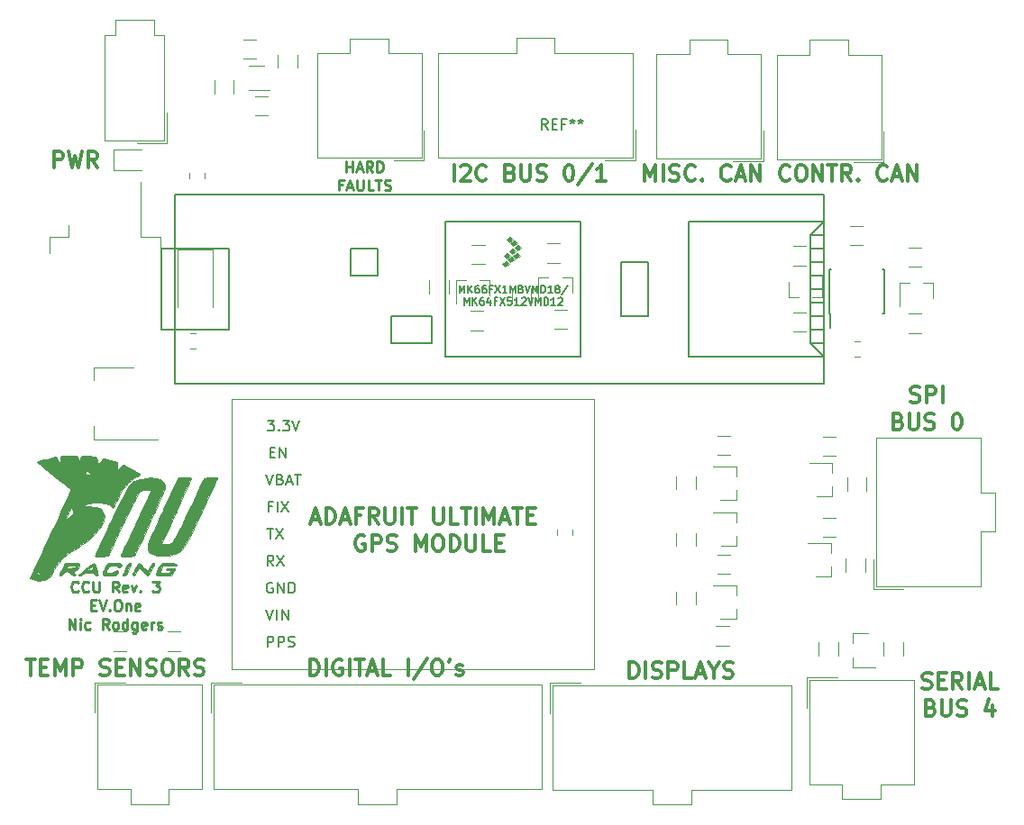
<source format=gbr>
G04 #@! TF.GenerationSoftware,KiCad,Pcbnew,(5.1.0)-1*
G04 #@! TF.CreationDate,2019-10-16T16:56:12+11:00*
G04 #@! TF.ProjectId,Teensy_Shield_Board,5465656e-7379-45f5-9368-69656c645f42,rev?*
G04 #@! TF.SameCoordinates,Original*
G04 #@! TF.FileFunction,Legend,Top*
G04 #@! TF.FilePolarity,Positive*
%FSLAX46Y46*%
G04 Gerber Fmt 4.6, Leading zero omitted, Abs format (unit mm)*
G04 Created by KiCad (PCBNEW (5.1.0)-1) date 2019-10-16 16:56:12*
%MOMM*%
%LPD*%
G04 APERTURE LIST*
%ADD10C,0.300000*%
%ADD11C,0.250000*%
%ADD12C,0.010000*%
%ADD13C,0.120000*%
%ADD14C,0.150000*%
%ADD15C,0.100000*%
G04 APERTURE END LIST*
D10*
X90082000Y-101618571D02*
X90082000Y-100118571D01*
X90653428Y-100118571D01*
X90796285Y-100190000D01*
X90867714Y-100261428D01*
X90939142Y-100404285D01*
X90939142Y-100618571D01*
X90867714Y-100761428D01*
X90796285Y-100832857D01*
X90653428Y-100904285D01*
X90082000Y-100904285D01*
X91439142Y-100118571D02*
X91796285Y-101618571D01*
X92082000Y-100547142D01*
X92367714Y-101618571D01*
X92724857Y-100118571D01*
X94153428Y-101618571D02*
X93653428Y-100904285D01*
X93296285Y-101618571D02*
X93296285Y-100118571D01*
X93867714Y-100118571D01*
X94010571Y-100190000D01*
X94082000Y-100261428D01*
X94153428Y-100404285D01*
X94153428Y-100618571D01*
X94082000Y-100761428D01*
X94010571Y-100832857D01*
X93867714Y-100904285D01*
X93296285Y-100904285D01*
D11*
X117545714Y-102041380D02*
X117545714Y-101041380D01*
X117545714Y-101517571D02*
X118117142Y-101517571D01*
X118117142Y-102041380D02*
X118117142Y-101041380D01*
X118545714Y-101755666D02*
X119021904Y-101755666D01*
X118450476Y-102041380D02*
X118783809Y-101041380D01*
X119117142Y-102041380D01*
X120021904Y-102041380D02*
X119688571Y-101565190D01*
X119450476Y-102041380D02*
X119450476Y-101041380D01*
X119831428Y-101041380D01*
X119926666Y-101089000D01*
X119974285Y-101136619D01*
X120021904Y-101231857D01*
X120021904Y-101374714D01*
X119974285Y-101469952D01*
X119926666Y-101517571D01*
X119831428Y-101565190D01*
X119450476Y-101565190D01*
X120450476Y-102041380D02*
X120450476Y-101041380D01*
X120688571Y-101041380D01*
X120831428Y-101089000D01*
X120926666Y-101184238D01*
X120974285Y-101279476D01*
X121021904Y-101469952D01*
X121021904Y-101612809D01*
X120974285Y-101803285D01*
X120926666Y-101898523D01*
X120831428Y-101993761D01*
X120688571Y-102041380D01*
X120450476Y-102041380D01*
X117188571Y-103267571D02*
X116855238Y-103267571D01*
X116855238Y-103791380D02*
X116855238Y-102791380D01*
X117331428Y-102791380D01*
X117664761Y-103505666D02*
X118140952Y-103505666D01*
X117569523Y-103791380D02*
X117902857Y-102791380D01*
X118236190Y-103791380D01*
X118569523Y-102791380D02*
X118569523Y-103600904D01*
X118617142Y-103696142D01*
X118664761Y-103743761D01*
X118760000Y-103791380D01*
X118950476Y-103791380D01*
X119045714Y-103743761D01*
X119093333Y-103696142D01*
X119140952Y-103600904D01*
X119140952Y-102791380D01*
X120093333Y-103791380D02*
X119617142Y-103791380D01*
X119617142Y-102791380D01*
X120283809Y-102791380D02*
X120855238Y-102791380D01*
X120569523Y-103791380D02*
X120569523Y-102791380D01*
X121140952Y-103743761D02*
X121283809Y-103791380D01*
X121521904Y-103791380D01*
X121617142Y-103743761D01*
X121664761Y-103696142D01*
X121712380Y-103600904D01*
X121712380Y-103505666D01*
X121664761Y-103410428D01*
X121617142Y-103362809D01*
X121521904Y-103315190D01*
X121331428Y-103267571D01*
X121236190Y-103219952D01*
X121188571Y-103172333D01*
X121140952Y-103077095D01*
X121140952Y-102981857D01*
X121188571Y-102886619D01*
X121236190Y-102839000D01*
X121331428Y-102791380D01*
X121569523Y-102791380D01*
X121712380Y-102839000D01*
D10*
X127682571Y-102888571D02*
X127682571Y-101388571D01*
X128325428Y-101531428D02*
X128396857Y-101460000D01*
X128539714Y-101388571D01*
X128896857Y-101388571D01*
X129039714Y-101460000D01*
X129111142Y-101531428D01*
X129182571Y-101674285D01*
X129182571Y-101817142D01*
X129111142Y-102031428D01*
X128254000Y-102888571D01*
X129182571Y-102888571D01*
X130682571Y-102745714D02*
X130611142Y-102817142D01*
X130396857Y-102888571D01*
X130254000Y-102888571D01*
X130039714Y-102817142D01*
X129896857Y-102674285D01*
X129825428Y-102531428D01*
X129754000Y-102245714D01*
X129754000Y-102031428D01*
X129825428Y-101745714D01*
X129896857Y-101602857D01*
X130039714Y-101460000D01*
X130254000Y-101388571D01*
X130396857Y-101388571D01*
X130611142Y-101460000D01*
X130682571Y-101531428D01*
X132968285Y-102102857D02*
X133182571Y-102174285D01*
X133254000Y-102245714D01*
X133325428Y-102388571D01*
X133325428Y-102602857D01*
X133254000Y-102745714D01*
X133182571Y-102817142D01*
X133039714Y-102888571D01*
X132468285Y-102888571D01*
X132468285Y-101388571D01*
X132968285Y-101388571D01*
X133111142Y-101460000D01*
X133182571Y-101531428D01*
X133254000Y-101674285D01*
X133254000Y-101817142D01*
X133182571Y-101960000D01*
X133111142Y-102031428D01*
X132968285Y-102102857D01*
X132468285Y-102102857D01*
X133968285Y-101388571D02*
X133968285Y-102602857D01*
X134039714Y-102745714D01*
X134111142Y-102817142D01*
X134254000Y-102888571D01*
X134539714Y-102888571D01*
X134682571Y-102817142D01*
X134754000Y-102745714D01*
X134825428Y-102602857D01*
X134825428Y-101388571D01*
X135468285Y-102817142D02*
X135682571Y-102888571D01*
X136039714Y-102888571D01*
X136182571Y-102817142D01*
X136254000Y-102745714D01*
X136325428Y-102602857D01*
X136325428Y-102460000D01*
X136254000Y-102317142D01*
X136182571Y-102245714D01*
X136039714Y-102174285D01*
X135754000Y-102102857D01*
X135611142Y-102031428D01*
X135539714Y-101960000D01*
X135468285Y-101817142D01*
X135468285Y-101674285D01*
X135539714Y-101531428D01*
X135611142Y-101460000D01*
X135754000Y-101388571D01*
X136111142Y-101388571D01*
X136325428Y-101460000D01*
X138396857Y-101388571D02*
X138539714Y-101388571D01*
X138682571Y-101460000D01*
X138754000Y-101531428D01*
X138825428Y-101674285D01*
X138896857Y-101960000D01*
X138896857Y-102317142D01*
X138825428Y-102602857D01*
X138754000Y-102745714D01*
X138682571Y-102817142D01*
X138539714Y-102888571D01*
X138396857Y-102888571D01*
X138254000Y-102817142D01*
X138182571Y-102745714D01*
X138111142Y-102602857D01*
X138039714Y-102317142D01*
X138039714Y-101960000D01*
X138111142Y-101674285D01*
X138182571Y-101531428D01*
X138254000Y-101460000D01*
X138396857Y-101388571D01*
X140611142Y-101317142D02*
X139325428Y-103245714D01*
X141896857Y-102888571D02*
X141039714Y-102888571D01*
X141468285Y-102888571D02*
X141468285Y-101388571D01*
X141325428Y-101602857D01*
X141182571Y-101745714D01*
X141039714Y-101817142D01*
X145581428Y-102888571D02*
X145581428Y-101388571D01*
X146081428Y-102460000D01*
X146581428Y-101388571D01*
X146581428Y-102888571D01*
X147295714Y-102888571D02*
X147295714Y-101388571D01*
X147938571Y-102817142D02*
X148152857Y-102888571D01*
X148510000Y-102888571D01*
X148652857Y-102817142D01*
X148724285Y-102745714D01*
X148795714Y-102602857D01*
X148795714Y-102460000D01*
X148724285Y-102317142D01*
X148652857Y-102245714D01*
X148510000Y-102174285D01*
X148224285Y-102102857D01*
X148081428Y-102031428D01*
X148010000Y-101960000D01*
X147938571Y-101817142D01*
X147938571Y-101674285D01*
X148010000Y-101531428D01*
X148081428Y-101460000D01*
X148224285Y-101388571D01*
X148581428Y-101388571D01*
X148795714Y-101460000D01*
X150295714Y-102745714D02*
X150224285Y-102817142D01*
X150010000Y-102888571D01*
X149867142Y-102888571D01*
X149652857Y-102817142D01*
X149510000Y-102674285D01*
X149438571Y-102531428D01*
X149367142Y-102245714D01*
X149367142Y-102031428D01*
X149438571Y-101745714D01*
X149510000Y-101602857D01*
X149652857Y-101460000D01*
X149867142Y-101388571D01*
X150010000Y-101388571D01*
X150224285Y-101460000D01*
X150295714Y-101531428D01*
X150938571Y-102745714D02*
X151010000Y-102817142D01*
X150938571Y-102888571D01*
X150867142Y-102817142D01*
X150938571Y-102745714D01*
X150938571Y-102888571D01*
X153652857Y-102745714D02*
X153581428Y-102817142D01*
X153367142Y-102888571D01*
X153224285Y-102888571D01*
X153010000Y-102817142D01*
X152867142Y-102674285D01*
X152795714Y-102531428D01*
X152724285Y-102245714D01*
X152724285Y-102031428D01*
X152795714Y-101745714D01*
X152867142Y-101602857D01*
X153010000Y-101460000D01*
X153224285Y-101388571D01*
X153367142Y-101388571D01*
X153581428Y-101460000D01*
X153652857Y-101531428D01*
X154224285Y-102460000D02*
X154938571Y-102460000D01*
X154081428Y-102888571D02*
X154581428Y-101388571D01*
X155081428Y-102888571D01*
X155581428Y-102888571D02*
X155581428Y-101388571D01*
X156438571Y-102888571D01*
X156438571Y-101388571D01*
X159190285Y-102745714D02*
X159118857Y-102817142D01*
X158904571Y-102888571D01*
X158761714Y-102888571D01*
X158547428Y-102817142D01*
X158404571Y-102674285D01*
X158333142Y-102531428D01*
X158261714Y-102245714D01*
X158261714Y-102031428D01*
X158333142Y-101745714D01*
X158404571Y-101602857D01*
X158547428Y-101460000D01*
X158761714Y-101388571D01*
X158904571Y-101388571D01*
X159118857Y-101460000D01*
X159190285Y-101531428D01*
X160118857Y-101388571D02*
X160404571Y-101388571D01*
X160547428Y-101460000D01*
X160690285Y-101602857D01*
X160761714Y-101888571D01*
X160761714Y-102388571D01*
X160690285Y-102674285D01*
X160547428Y-102817142D01*
X160404571Y-102888571D01*
X160118857Y-102888571D01*
X159976000Y-102817142D01*
X159833142Y-102674285D01*
X159761714Y-102388571D01*
X159761714Y-101888571D01*
X159833142Y-101602857D01*
X159976000Y-101460000D01*
X160118857Y-101388571D01*
X161404571Y-102888571D02*
X161404571Y-101388571D01*
X162261714Y-102888571D01*
X162261714Y-101388571D01*
X162761714Y-101388571D02*
X163618857Y-101388571D01*
X163190285Y-102888571D02*
X163190285Y-101388571D01*
X164976000Y-102888571D02*
X164476000Y-102174285D01*
X164118857Y-102888571D02*
X164118857Y-101388571D01*
X164690285Y-101388571D01*
X164833142Y-101460000D01*
X164904571Y-101531428D01*
X164976000Y-101674285D01*
X164976000Y-101888571D01*
X164904571Y-102031428D01*
X164833142Y-102102857D01*
X164690285Y-102174285D01*
X164118857Y-102174285D01*
X165618857Y-102745714D02*
X165690285Y-102817142D01*
X165618857Y-102888571D01*
X165547428Y-102817142D01*
X165618857Y-102745714D01*
X165618857Y-102888571D01*
X168333142Y-102745714D02*
X168261714Y-102817142D01*
X168047428Y-102888571D01*
X167904571Y-102888571D01*
X167690285Y-102817142D01*
X167547428Y-102674285D01*
X167476000Y-102531428D01*
X167404571Y-102245714D01*
X167404571Y-102031428D01*
X167476000Y-101745714D01*
X167547428Y-101602857D01*
X167690285Y-101460000D01*
X167904571Y-101388571D01*
X168047428Y-101388571D01*
X168261714Y-101460000D01*
X168333142Y-101531428D01*
X168904571Y-102460000D02*
X169618857Y-102460000D01*
X168761714Y-102888571D02*
X169261714Y-101388571D01*
X169761714Y-102888571D01*
X170261714Y-102888571D02*
X170261714Y-101388571D01*
X171118857Y-102888571D01*
X171118857Y-101388571D01*
X170556285Y-123640142D02*
X170770571Y-123711571D01*
X171127714Y-123711571D01*
X171270571Y-123640142D01*
X171342000Y-123568714D01*
X171413428Y-123425857D01*
X171413428Y-123283000D01*
X171342000Y-123140142D01*
X171270571Y-123068714D01*
X171127714Y-122997285D01*
X170842000Y-122925857D01*
X170699142Y-122854428D01*
X170627714Y-122783000D01*
X170556285Y-122640142D01*
X170556285Y-122497285D01*
X170627714Y-122354428D01*
X170699142Y-122283000D01*
X170842000Y-122211571D01*
X171199142Y-122211571D01*
X171413428Y-122283000D01*
X172056285Y-123711571D02*
X172056285Y-122211571D01*
X172627714Y-122211571D01*
X172770571Y-122283000D01*
X172842000Y-122354428D01*
X172913428Y-122497285D01*
X172913428Y-122711571D01*
X172842000Y-122854428D01*
X172770571Y-122925857D01*
X172627714Y-122997285D01*
X172056285Y-122997285D01*
X173556285Y-123711571D02*
X173556285Y-122211571D01*
X169413428Y-125475857D02*
X169627714Y-125547285D01*
X169699142Y-125618714D01*
X169770571Y-125761571D01*
X169770571Y-125975857D01*
X169699142Y-126118714D01*
X169627714Y-126190142D01*
X169484857Y-126261571D01*
X168913428Y-126261571D01*
X168913428Y-124761571D01*
X169413428Y-124761571D01*
X169556285Y-124833000D01*
X169627714Y-124904428D01*
X169699142Y-125047285D01*
X169699142Y-125190142D01*
X169627714Y-125333000D01*
X169556285Y-125404428D01*
X169413428Y-125475857D01*
X168913428Y-125475857D01*
X170413428Y-124761571D02*
X170413428Y-125975857D01*
X170484857Y-126118714D01*
X170556285Y-126190142D01*
X170699142Y-126261571D01*
X170984857Y-126261571D01*
X171127714Y-126190142D01*
X171199142Y-126118714D01*
X171270571Y-125975857D01*
X171270571Y-124761571D01*
X171913428Y-126190142D02*
X172127714Y-126261571D01*
X172484857Y-126261571D01*
X172627714Y-126190142D01*
X172699142Y-126118714D01*
X172770571Y-125975857D01*
X172770571Y-125833000D01*
X172699142Y-125690142D01*
X172627714Y-125618714D01*
X172484857Y-125547285D01*
X172199142Y-125475857D01*
X172056285Y-125404428D01*
X171984857Y-125333000D01*
X171913428Y-125190142D01*
X171913428Y-125047285D01*
X171984857Y-124904428D01*
X172056285Y-124833000D01*
X172199142Y-124761571D01*
X172556285Y-124761571D01*
X172770571Y-124833000D01*
X174842000Y-124761571D02*
X174984857Y-124761571D01*
X175127714Y-124833000D01*
X175199142Y-124904428D01*
X175270571Y-125047285D01*
X175342000Y-125333000D01*
X175342000Y-125690142D01*
X175270571Y-125975857D01*
X175199142Y-126118714D01*
X175127714Y-126190142D01*
X174984857Y-126261571D01*
X174842000Y-126261571D01*
X174699142Y-126190142D01*
X174627714Y-126118714D01*
X174556285Y-125975857D01*
X174484857Y-125690142D01*
X174484857Y-125333000D01*
X174556285Y-125047285D01*
X174627714Y-124904428D01*
X174699142Y-124833000D01*
X174842000Y-124761571D01*
X171675714Y-150564142D02*
X171890000Y-150635571D01*
X172247142Y-150635571D01*
X172390000Y-150564142D01*
X172461428Y-150492714D01*
X172532857Y-150349857D01*
X172532857Y-150207000D01*
X172461428Y-150064142D01*
X172390000Y-149992714D01*
X172247142Y-149921285D01*
X171961428Y-149849857D01*
X171818571Y-149778428D01*
X171747142Y-149707000D01*
X171675714Y-149564142D01*
X171675714Y-149421285D01*
X171747142Y-149278428D01*
X171818571Y-149207000D01*
X171961428Y-149135571D01*
X172318571Y-149135571D01*
X172532857Y-149207000D01*
X173175714Y-149849857D02*
X173675714Y-149849857D01*
X173890000Y-150635571D02*
X173175714Y-150635571D01*
X173175714Y-149135571D01*
X173890000Y-149135571D01*
X175390000Y-150635571D02*
X174890000Y-149921285D01*
X174532857Y-150635571D02*
X174532857Y-149135571D01*
X175104285Y-149135571D01*
X175247142Y-149207000D01*
X175318571Y-149278428D01*
X175390000Y-149421285D01*
X175390000Y-149635571D01*
X175318571Y-149778428D01*
X175247142Y-149849857D01*
X175104285Y-149921285D01*
X174532857Y-149921285D01*
X176032857Y-150635571D02*
X176032857Y-149135571D01*
X176675714Y-150207000D02*
X177390000Y-150207000D01*
X176532857Y-150635571D02*
X177032857Y-149135571D01*
X177532857Y-150635571D01*
X178747142Y-150635571D02*
X178032857Y-150635571D01*
X178032857Y-149135571D01*
X172461428Y-152399857D02*
X172675714Y-152471285D01*
X172747142Y-152542714D01*
X172818571Y-152685571D01*
X172818571Y-152899857D01*
X172747142Y-153042714D01*
X172675714Y-153114142D01*
X172532857Y-153185571D01*
X171961428Y-153185571D01*
X171961428Y-151685571D01*
X172461428Y-151685571D01*
X172604285Y-151757000D01*
X172675714Y-151828428D01*
X172747142Y-151971285D01*
X172747142Y-152114142D01*
X172675714Y-152257000D01*
X172604285Y-152328428D01*
X172461428Y-152399857D01*
X171961428Y-152399857D01*
X173461428Y-151685571D02*
X173461428Y-152899857D01*
X173532857Y-153042714D01*
X173604285Y-153114142D01*
X173747142Y-153185571D01*
X174032857Y-153185571D01*
X174175714Y-153114142D01*
X174247142Y-153042714D01*
X174318571Y-152899857D01*
X174318571Y-151685571D01*
X174961428Y-153114142D02*
X175175714Y-153185571D01*
X175532857Y-153185571D01*
X175675714Y-153114142D01*
X175747142Y-153042714D01*
X175818571Y-152899857D01*
X175818571Y-152757000D01*
X175747142Y-152614142D01*
X175675714Y-152542714D01*
X175532857Y-152471285D01*
X175247142Y-152399857D01*
X175104285Y-152328428D01*
X175032857Y-152257000D01*
X174961428Y-152114142D01*
X174961428Y-151971285D01*
X175032857Y-151828428D01*
X175104285Y-151757000D01*
X175247142Y-151685571D01*
X175604285Y-151685571D01*
X175818571Y-151757000D01*
X178247142Y-152185571D02*
X178247142Y-153185571D01*
X177890000Y-151614142D02*
X177532857Y-152685571D01*
X178461428Y-152685571D01*
X144156571Y-149624571D02*
X144156571Y-148124571D01*
X144513714Y-148124571D01*
X144728000Y-148196000D01*
X144870857Y-148338857D01*
X144942285Y-148481714D01*
X145013714Y-148767428D01*
X145013714Y-148981714D01*
X144942285Y-149267428D01*
X144870857Y-149410285D01*
X144728000Y-149553142D01*
X144513714Y-149624571D01*
X144156571Y-149624571D01*
X145656571Y-149624571D02*
X145656571Y-148124571D01*
X146299428Y-149553142D02*
X146513714Y-149624571D01*
X146870857Y-149624571D01*
X147013714Y-149553142D01*
X147085142Y-149481714D01*
X147156571Y-149338857D01*
X147156571Y-149196000D01*
X147085142Y-149053142D01*
X147013714Y-148981714D01*
X146870857Y-148910285D01*
X146585142Y-148838857D01*
X146442285Y-148767428D01*
X146370857Y-148696000D01*
X146299428Y-148553142D01*
X146299428Y-148410285D01*
X146370857Y-148267428D01*
X146442285Y-148196000D01*
X146585142Y-148124571D01*
X146942285Y-148124571D01*
X147156571Y-148196000D01*
X147799428Y-149624571D02*
X147799428Y-148124571D01*
X148370857Y-148124571D01*
X148513714Y-148196000D01*
X148585142Y-148267428D01*
X148656571Y-148410285D01*
X148656571Y-148624571D01*
X148585142Y-148767428D01*
X148513714Y-148838857D01*
X148370857Y-148910285D01*
X147799428Y-148910285D01*
X150013714Y-149624571D02*
X149299428Y-149624571D01*
X149299428Y-148124571D01*
X150442285Y-149196000D02*
X151156571Y-149196000D01*
X150299428Y-149624571D02*
X150799428Y-148124571D01*
X151299428Y-149624571D01*
X152085142Y-148910285D02*
X152085142Y-149624571D01*
X151585142Y-148124571D02*
X152085142Y-148910285D01*
X152585142Y-148124571D01*
X153013714Y-149553142D02*
X153228000Y-149624571D01*
X153585142Y-149624571D01*
X153728000Y-149553142D01*
X153799428Y-149481714D01*
X153870857Y-149338857D01*
X153870857Y-149196000D01*
X153799428Y-149053142D01*
X153728000Y-148981714D01*
X153585142Y-148910285D01*
X153299428Y-148838857D01*
X153156571Y-148767428D01*
X153085142Y-148696000D01*
X153013714Y-148553142D01*
X153013714Y-148410285D01*
X153085142Y-148267428D01*
X153156571Y-148196000D01*
X153299428Y-148124571D01*
X153656571Y-148124571D01*
X153870857Y-148196000D01*
X114284571Y-134713000D02*
X114998857Y-134713000D01*
X114141714Y-135141571D02*
X114641714Y-133641571D01*
X115141714Y-135141571D01*
X115641714Y-135141571D02*
X115641714Y-133641571D01*
X115998857Y-133641571D01*
X116213142Y-133713000D01*
X116356000Y-133855857D01*
X116427428Y-133998714D01*
X116498857Y-134284428D01*
X116498857Y-134498714D01*
X116427428Y-134784428D01*
X116356000Y-134927285D01*
X116213142Y-135070142D01*
X115998857Y-135141571D01*
X115641714Y-135141571D01*
X117070285Y-134713000D02*
X117784571Y-134713000D01*
X116927428Y-135141571D02*
X117427428Y-133641571D01*
X117927428Y-135141571D01*
X118927428Y-134355857D02*
X118427428Y-134355857D01*
X118427428Y-135141571D02*
X118427428Y-133641571D01*
X119141714Y-133641571D01*
X120570285Y-135141571D02*
X120070285Y-134427285D01*
X119713142Y-135141571D02*
X119713142Y-133641571D01*
X120284571Y-133641571D01*
X120427428Y-133713000D01*
X120498857Y-133784428D01*
X120570285Y-133927285D01*
X120570285Y-134141571D01*
X120498857Y-134284428D01*
X120427428Y-134355857D01*
X120284571Y-134427285D01*
X119713142Y-134427285D01*
X121213142Y-133641571D02*
X121213142Y-134855857D01*
X121284571Y-134998714D01*
X121356000Y-135070142D01*
X121498857Y-135141571D01*
X121784571Y-135141571D01*
X121927428Y-135070142D01*
X121998857Y-134998714D01*
X122070285Y-134855857D01*
X122070285Y-133641571D01*
X122784571Y-135141571D02*
X122784571Y-133641571D01*
X123284571Y-133641571D02*
X124141714Y-133641571D01*
X123713142Y-135141571D02*
X123713142Y-133641571D01*
X125784571Y-133641571D02*
X125784571Y-134855857D01*
X125856000Y-134998714D01*
X125927428Y-135070142D01*
X126070285Y-135141571D01*
X126356000Y-135141571D01*
X126498857Y-135070142D01*
X126570285Y-134998714D01*
X126641714Y-134855857D01*
X126641714Y-133641571D01*
X128070285Y-135141571D02*
X127356000Y-135141571D01*
X127356000Y-133641571D01*
X128356000Y-133641571D02*
X129213142Y-133641571D01*
X128784571Y-135141571D02*
X128784571Y-133641571D01*
X129713142Y-135141571D02*
X129713142Y-133641571D01*
X130427428Y-135141571D02*
X130427428Y-133641571D01*
X130927428Y-134713000D01*
X131427428Y-133641571D01*
X131427428Y-135141571D01*
X132070285Y-134713000D02*
X132784571Y-134713000D01*
X131927428Y-135141571D02*
X132427428Y-133641571D01*
X132927428Y-135141571D01*
X133213142Y-133641571D02*
X134070285Y-133641571D01*
X133641714Y-135141571D02*
X133641714Y-133641571D01*
X134570285Y-134355857D02*
X135070285Y-134355857D01*
X135284571Y-135141571D02*
X134570285Y-135141571D01*
X134570285Y-133641571D01*
X135284571Y-133641571D01*
X119248857Y-136263000D02*
X119106000Y-136191571D01*
X118891714Y-136191571D01*
X118677428Y-136263000D01*
X118534571Y-136405857D01*
X118463142Y-136548714D01*
X118391714Y-136834428D01*
X118391714Y-137048714D01*
X118463142Y-137334428D01*
X118534571Y-137477285D01*
X118677428Y-137620142D01*
X118891714Y-137691571D01*
X119034571Y-137691571D01*
X119248857Y-137620142D01*
X119320285Y-137548714D01*
X119320285Y-137048714D01*
X119034571Y-137048714D01*
X119963142Y-137691571D02*
X119963142Y-136191571D01*
X120534571Y-136191571D01*
X120677428Y-136263000D01*
X120748857Y-136334428D01*
X120820285Y-136477285D01*
X120820285Y-136691571D01*
X120748857Y-136834428D01*
X120677428Y-136905857D01*
X120534571Y-136977285D01*
X119963142Y-136977285D01*
X121391714Y-137620142D02*
X121606000Y-137691571D01*
X121963142Y-137691571D01*
X122106000Y-137620142D01*
X122177428Y-137548714D01*
X122248857Y-137405857D01*
X122248857Y-137263000D01*
X122177428Y-137120142D01*
X122106000Y-137048714D01*
X121963142Y-136977285D01*
X121677428Y-136905857D01*
X121534571Y-136834428D01*
X121463142Y-136763000D01*
X121391714Y-136620142D01*
X121391714Y-136477285D01*
X121463142Y-136334428D01*
X121534571Y-136263000D01*
X121677428Y-136191571D01*
X122034571Y-136191571D01*
X122248857Y-136263000D01*
X124034571Y-137691571D02*
X124034571Y-136191571D01*
X124534571Y-137263000D01*
X125034571Y-136191571D01*
X125034571Y-137691571D01*
X126034571Y-136191571D02*
X126320285Y-136191571D01*
X126463142Y-136263000D01*
X126606000Y-136405857D01*
X126677428Y-136691571D01*
X126677428Y-137191571D01*
X126606000Y-137477285D01*
X126463142Y-137620142D01*
X126320285Y-137691571D01*
X126034571Y-137691571D01*
X125891714Y-137620142D01*
X125748857Y-137477285D01*
X125677428Y-137191571D01*
X125677428Y-136691571D01*
X125748857Y-136405857D01*
X125891714Y-136263000D01*
X126034571Y-136191571D01*
X127320285Y-137691571D02*
X127320285Y-136191571D01*
X127677428Y-136191571D01*
X127891714Y-136263000D01*
X128034571Y-136405857D01*
X128106000Y-136548714D01*
X128177428Y-136834428D01*
X128177428Y-137048714D01*
X128106000Y-137334428D01*
X128034571Y-137477285D01*
X127891714Y-137620142D01*
X127677428Y-137691571D01*
X127320285Y-137691571D01*
X128820285Y-136191571D02*
X128820285Y-137405857D01*
X128891714Y-137548714D01*
X128963142Y-137620142D01*
X129106000Y-137691571D01*
X129391714Y-137691571D01*
X129534571Y-137620142D01*
X129606000Y-137548714D01*
X129677428Y-137405857D01*
X129677428Y-136191571D01*
X131106000Y-137691571D02*
X130391714Y-137691571D01*
X130391714Y-136191571D01*
X131606000Y-136905857D02*
X132106000Y-136905857D01*
X132320285Y-137691571D02*
X131606000Y-137691571D01*
X131606000Y-136191571D01*
X132320285Y-136191571D01*
X114149142Y-149370571D02*
X114149142Y-147870571D01*
X114506285Y-147870571D01*
X114720571Y-147942000D01*
X114863428Y-148084857D01*
X114934857Y-148227714D01*
X115006285Y-148513428D01*
X115006285Y-148727714D01*
X114934857Y-149013428D01*
X114863428Y-149156285D01*
X114720571Y-149299142D01*
X114506285Y-149370571D01*
X114149142Y-149370571D01*
X115649142Y-149370571D02*
X115649142Y-147870571D01*
X117149142Y-147942000D02*
X117006285Y-147870571D01*
X116792000Y-147870571D01*
X116577714Y-147942000D01*
X116434857Y-148084857D01*
X116363428Y-148227714D01*
X116292000Y-148513428D01*
X116292000Y-148727714D01*
X116363428Y-149013428D01*
X116434857Y-149156285D01*
X116577714Y-149299142D01*
X116792000Y-149370571D01*
X116934857Y-149370571D01*
X117149142Y-149299142D01*
X117220571Y-149227714D01*
X117220571Y-148727714D01*
X116934857Y-148727714D01*
X117863428Y-149370571D02*
X117863428Y-147870571D01*
X118363428Y-147870571D02*
X119220571Y-147870571D01*
X118792000Y-149370571D02*
X118792000Y-147870571D01*
X119649142Y-148942000D02*
X120363428Y-148942000D01*
X119506285Y-149370571D02*
X120006285Y-147870571D01*
X120506285Y-149370571D01*
X121720571Y-149370571D02*
X121006285Y-149370571D01*
X121006285Y-147870571D01*
X123363428Y-149370571D02*
X123363428Y-147870571D01*
X125149142Y-147799142D02*
X123863428Y-149727714D01*
X125934857Y-147870571D02*
X126220571Y-147870571D01*
X126363428Y-147942000D01*
X126506285Y-148084857D01*
X126577714Y-148370571D01*
X126577714Y-148870571D01*
X126506285Y-149156285D01*
X126363428Y-149299142D01*
X126220571Y-149370571D01*
X125934857Y-149370571D01*
X125792000Y-149299142D01*
X125649142Y-149156285D01*
X125577714Y-148870571D01*
X125577714Y-148370571D01*
X125649142Y-148084857D01*
X125792000Y-147942000D01*
X125934857Y-147870571D01*
X127292000Y-147870571D02*
X127149142Y-148156285D01*
X127863428Y-149299142D02*
X128006285Y-149370571D01*
X128292000Y-149370571D01*
X128434857Y-149299142D01*
X128506285Y-149156285D01*
X128506285Y-149084857D01*
X128434857Y-148942000D01*
X128292000Y-148870571D01*
X128077714Y-148870571D01*
X127934857Y-148799142D01*
X127863428Y-148656285D01*
X127863428Y-148584857D01*
X127934857Y-148442000D01*
X128077714Y-148370571D01*
X128292000Y-148370571D01*
X128434857Y-148442000D01*
X87463428Y-147870571D02*
X88320571Y-147870571D01*
X87892000Y-149370571D02*
X87892000Y-147870571D01*
X88820571Y-148584857D02*
X89320571Y-148584857D01*
X89534857Y-149370571D02*
X88820571Y-149370571D01*
X88820571Y-147870571D01*
X89534857Y-147870571D01*
X90177714Y-149370571D02*
X90177714Y-147870571D01*
X90677714Y-148942000D01*
X91177714Y-147870571D01*
X91177714Y-149370571D01*
X91892000Y-149370571D02*
X91892000Y-147870571D01*
X92463428Y-147870571D01*
X92606285Y-147942000D01*
X92677714Y-148013428D01*
X92749142Y-148156285D01*
X92749142Y-148370571D01*
X92677714Y-148513428D01*
X92606285Y-148584857D01*
X92463428Y-148656285D01*
X91892000Y-148656285D01*
X94463428Y-149299142D02*
X94677714Y-149370571D01*
X95034857Y-149370571D01*
X95177714Y-149299142D01*
X95249142Y-149227714D01*
X95320571Y-149084857D01*
X95320571Y-148942000D01*
X95249142Y-148799142D01*
X95177714Y-148727714D01*
X95034857Y-148656285D01*
X94749142Y-148584857D01*
X94606285Y-148513428D01*
X94534857Y-148442000D01*
X94463428Y-148299142D01*
X94463428Y-148156285D01*
X94534857Y-148013428D01*
X94606285Y-147942000D01*
X94749142Y-147870571D01*
X95106285Y-147870571D01*
X95320571Y-147942000D01*
X95963428Y-148584857D02*
X96463428Y-148584857D01*
X96677714Y-149370571D02*
X95963428Y-149370571D01*
X95963428Y-147870571D01*
X96677714Y-147870571D01*
X97320571Y-149370571D02*
X97320571Y-147870571D01*
X98177714Y-149370571D01*
X98177714Y-147870571D01*
X98820571Y-149299142D02*
X99034857Y-149370571D01*
X99392000Y-149370571D01*
X99534857Y-149299142D01*
X99606285Y-149227714D01*
X99677714Y-149084857D01*
X99677714Y-148942000D01*
X99606285Y-148799142D01*
X99534857Y-148727714D01*
X99392000Y-148656285D01*
X99106285Y-148584857D01*
X98963428Y-148513428D01*
X98892000Y-148442000D01*
X98820571Y-148299142D01*
X98820571Y-148156285D01*
X98892000Y-148013428D01*
X98963428Y-147942000D01*
X99106285Y-147870571D01*
X99463428Y-147870571D01*
X99677714Y-147942000D01*
X100606285Y-147870571D02*
X100892000Y-147870571D01*
X101034857Y-147942000D01*
X101177714Y-148084857D01*
X101249142Y-148370571D01*
X101249142Y-148870571D01*
X101177714Y-149156285D01*
X101034857Y-149299142D01*
X100892000Y-149370571D01*
X100606285Y-149370571D01*
X100463428Y-149299142D01*
X100320571Y-149156285D01*
X100249142Y-148870571D01*
X100249142Y-148370571D01*
X100320571Y-148084857D01*
X100463428Y-147942000D01*
X100606285Y-147870571D01*
X102749142Y-149370571D02*
X102249142Y-148656285D01*
X101892000Y-149370571D02*
X101892000Y-147870571D01*
X102463428Y-147870571D01*
X102606285Y-147942000D01*
X102677714Y-148013428D01*
X102749142Y-148156285D01*
X102749142Y-148370571D01*
X102677714Y-148513428D01*
X102606285Y-148584857D01*
X102463428Y-148656285D01*
X101892000Y-148656285D01*
X103320571Y-149299142D02*
X103534857Y-149370571D01*
X103892000Y-149370571D01*
X104034857Y-149299142D01*
X104106285Y-149227714D01*
X104177714Y-149084857D01*
X104177714Y-148942000D01*
X104106285Y-148799142D01*
X104034857Y-148727714D01*
X103892000Y-148656285D01*
X103606285Y-148584857D01*
X103463428Y-148513428D01*
X103392000Y-148442000D01*
X103320571Y-148299142D01*
X103320571Y-148156285D01*
X103392000Y-148013428D01*
X103463428Y-147942000D01*
X103606285Y-147870571D01*
X103963428Y-147870571D01*
X104177714Y-147942000D01*
D11*
X92350000Y-141457142D02*
X92302380Y-141504761D01*
X92159523Y-141552380D01*
X92064285Y-141552380D01*
X91921428Y-141504761D01*
X91826190Y-141409523D01*
X91778571Y-141314285D01*
X91730952Y-141123809D01*
X91730952Y-140980952D01*
X91778571Y-140790476D01*
X91826190Y-140695238D01*
X91921428Y-140600000D01*
X92064285Y-140552380D01*
X92159523Y-140552380D01*
X92302380Y-140600000D01*
X92350000Y-140647619D01*
X93350000Y-141457142D02*
X93302380Y-141504761D01*
X93159523Y-141552380D01*
X93064285Y-141552380D01*
X92921428Y-141504761D01*
X92826190Y-141409523D01*
X92778571Y-141314285D01*
X92730952Y-141123809D01*
X92730952Y-140980952D01*
X92778571Y-140790476D01*
X92826190Y-140695238D01*
X92921428Y-140600000D01*
X93064285Y-140552380D01*
X93159523Y-140552380D01*
X93302380Y-140600000D01*
X93350000Y-140647619D01*
X93778571Y-140552380D02*
X93778571Y-141361904D01*
X93826190Y-141457142D01*
X93873809Y-141504761D01*
X93969047Y-141552380D01*
X94159523Y-141552380D01*
X94254761Y-141504761D01*
X94302380Y-141457142D01*
X94350000Y-141361904D01*
X94350000Y-140552380D01*
X96159523Y-141552380D02*
X95826190Y-141076190D01*
X95588095Y-141552380D02*
X95588095Y-140552380D01*
X95969047Y-140552380D01*
X96064285Y-140600000D01*
X96111904Y-140647619D01*
X96159523Y-140742857D01*
X96159523Y-140885714D01*
X96111904Y-140980952D01*
X96064285Y-141028571D01*
X95969047Y-141076190D01*
X95588095Y-141076190D01*
X96969047Y-141504761D02*
X96873809Y-141552380D01*
X96683333Y-141552380D01*
X96588095Y-141504761D01*
X96540476Y-141409523D01*
X96540476Y-141028571D01*
X96588095Y-140933333D01*
X96683333Y-140885714D01*
X96873809Y-140885714D01*
X96969047Y-140933333D01*
X97016666Y-141028571D01*
X97016666Y-141123809D01*
X96540476Y-141219047D01*
X97350000Y-140885714D02*
X97588095Y-141552380D01*
X97826190Y-140885714D01*
X98207142Y-141457142D02*
X98254761Y-141504761D01*
X98207142Y-141552380D01*
X98159523Y-141504761D01*
X98207142Y-141457142D01*
X98207142Y-141552380D01*
X99350000Y-140552380D02*
X99969047Y-140552380D01*
X99635714Y-140933333D01*
X99778571Y-140933333D01*
X99873809Y-140980952D01*
X99921428Y-141028571D01*
X99969047Y-141123809D01*
X99969047Y-141361904D01*
X99921428Y-141457142D01*
X99873809Y-141504761D01*
X99778571Y-141552380D01*
X99492857Y-141552380D01*
X99397619Y-141504761D01*
X99350000Y-141457142D01*
X93564285Y-142778571D02*
X93897619Y-142778571D01*
X94040476Y-143302380D02*
X93564285Y-143302380D01*
X93564285Y-142302380D01*
X94040476Y-142302380D01*
X94326190Y-142302380D02*
X94659523Y-143302380D01*
X94992857Y-142302380D01*
X95326190Y-143207142D02*
X95373809Y-143254761D01*
X95326190Y-143302380D01*
X95278571Y-143254761D01*
X95326190Y-143207142D01*
X95326190Y-143302380D01*
X95992857Y-142302380D02*
X96183333Y-142302380D01*
X96278571Y-142350000D01*
X96373809Y-142445238D01*
X96421428Y-142635714D01*
X96421428Y-142969047D01*
X96373809Y-143159523D01*
X96278571Y-143254761D01*
X96183333Y-143302380D01*
X95992857Y-143302380D01*
X95897619Y-143254761D01*
X95802380Y-143159523D01*
X95754761Y-142969047D01*
X95754761Y-142635714D01*
X95802380Y-142445238D01*
X95897619Y-142350000D01*
X95992857Y-142302380D01*
X96850000Y-142635714D02*
X96850000Y-143302380D01*
X96850000Y-142730952D02*
X96897619Y-142683333D01*
X96992857Y-142635714D01*
X97135714Y-142635714D01*
X97230952Y-142683333D01*
X97278571Y-142778571D01*
X97278571Y-143302380D01*
X98135714Y-143254761D02*
X98040476Y-143302380D01*
X97850000Y-143302380D01*
X97754761Y-143254761D01*
X97707142Y-143159523D01*
X97707142Y-142778571D01*
X97754761Y-142683333D01*
X97850000Y-142635714D01*
X98040476Y-142635714D01*
X98135714Y-142683333D01*
X98183333Y-142778571D01*
X98183333Y-142873809D01*
X97707142Y-142969047D01*
X91516666Y-145052380D02*
X91516666Y-144052380D01*
X92088095Y-145052380D01*
X92088095Y-144052380D01*
X92564285Y-145052380D02*
X92564285Y-144385714D01*
X92564285Y-144052380D02*
X92516666Y-144100000D01*
X92564285Y-144147619D01*
X92611904Y-144100000D01*
X92564285Y-144052380D01*
X92564285Y-144147619D01*
X93469047Y-145004761D02*
X93373809Y-145052380D01*
X93183333Y-145052380D01*
X93088095Y-145004761D01*
X93040476Y-144957142D01*
X92992857Y-144861904D01*
X92992857Y-144576190D01*
X93040476Y-144480952D01*
X93088095Y-144433333D01*
X93183333Y-144385714D01*
X93373809Y-144385714D01*
X93469047Y-144433333D01*
X95230952Y-145052380D02*
X94897619Y-144576190D01*
X94659523Y-145052380D02*
X94659523Y-144052380D01*
X95040476Y-144052380D01*
X95135714Y-144100000D01*
X95183333Y-144147619D01*
X95230952Y-144242857D01*
X95230952Y-144385714D01*
X95183333Y-144480952D01*
X95135714Y-144528571D01*
X95040476Y-144576190D01*
X94659523Y-144576190D01*
X95802380Y-145052380D02*
X95707142Y-145004761D01*
X95659523Y-144957142D01*
X95611904Y-144861904D01*
X95611904Y-144576190D01*
X95659523Y-144480952D01*
X95707142Y-144433333D01*
X95802380Y-144385714D01*
X95945238Y-144385714D01*
X96040476Y-144433333D01*
X96088095Y-144480952D01*
X96135714Y-144576190D01*
X96135714Y-144861904D01*
X96088095Y-144957142D01*
X96040476Y-145004761D01*
X95945238Y-145052380D01*
X95802380Y-145052380D01*
X96992857Y-145052380D02*
X96992857Y-144052380D01*
X96992857Y-145004761D02*
X96897619Y-145052380D01*
X96707142Y-145052380D01*
X96611904Y-145004761D01*
X96564285Y-144957142D01*
X96516666Y-144861904D01*
X96516666Y-144576190D01*
X96564285Y-144480952D01*
X96611904Y-144433333D01*
X96707142Y-144385714D01*
X96897619Y-144385714D01*
X96992857Y-144433333D01*
X97897619Y-144385714D02*
X97897619Y-145195238D01*
X97850000Y-145290476D01*
X97802380Y-145338095D01*
X97707142Y-145385714D01*
X97564285Y-145385714D01*
X97469047Y-145338095D01*
X97897619Y-145004761D02*
X97802380Y-145052380D01*
X97611904Y-145052380D01*
X97516666Y-145004761D01*
X97469047Y-144957142D01*
X97421428Y-144861904D01*
X97421428Y-144576190D01*
X97469047Y-144480952D01*
X97516666Y-144433333D01*
X97611904Y-144385714D01*
X97802380Y-144385714D01*
X97897619Y-144433333D01*
X98754761Y-145004761D02*
X98659523Y-145052380D01*
X98469047Y-145052380D01*
X98373809Y-145004761D01*
X98326190Y-144909523D01*
X98326190Y-144528571D01*
X98373809Y-144433333D01*
X98469047Y-144385714D01*
X98659523Y-144385714D01*
X98754761Y-144433333D01*
X98802380Y-144528571D01*
X98802380Y-144623809D01*
X98326190Y-144719047D01*
X99230952Y-145052380D02*
X99230952Y-144385714D01*
X99230952Y-144576190D02*
X99278571Y-144480952D01*
X99326190Y-144433333D01*
X99421428Y-144385714D01*
X99516666Y-144385714D01*
X99802380Y-145004761D02*
X99897619Y-145052380D01*
X100088095Y-145052380D01*
X100183333Y-145004761D01*
X100230952Y-144909523D01*
X100230952Y-144861904D01*
X100183333Y-144766666D01*
X100088095Y-144719047D01*
X99945238Y-144719047D01*
X99850000Y-144671428D01*
X99802380Y-144576190D01*
X99802380Y-144528571D01*
X99850000Y-144433333D01*
X99945238Y-144385714D01*
X100088095Y-144385714D01*
X100183333Y-144433333D01*
D12*
G36*
X105281618Y-130763604D02*
G01*
X105414930Y-130794535D01*
X105430334Y-130814645D01*
X105395727Y-130901797D01*
X105296922Y-131125879D01*
X105141443Y-131470430D01*
X104936812Y-131918985D01*
X104690552Y-132455081D01*
X104410186Y-133062254D01*
X104103237Y-133724042D01*
X103969834Y-134010812D01*
X103570685Y-134864888D01*
X103232262Y-135578508D01*
X102945592Y-136165539D01*
X102701705Y-136639849D01*
X102491627Y-137015305D01*
X102306387Y-137305776D01*
X102137012Y-137525128D01*
X101974529Y-137687229D01*
X101809968Y-137805947D01*
X101634356Y-137895150D01*
X101438720Y-137968705D01*
X101401025Y-137981242D01*
X100926060Y-138098596D01*
X100420297Y-138160293D01*
X99955843Y-138159831D01*
X99743788Y-138130655D01*
X99318309Y-137982950D01*
X99026538Y-137753041D01*
X98877935Y-137453415D01*
X98881959Y-137096560D01*
X98901945Y-137019305D01*
X98957132Y-136877118D01*
X99076090Y-136600554D01*
X99250329Y-136208377D01*
X99471361Y-135719351D01*
X99730695Y-135152241D01*
X100019843Y-134525809D01*
X100330316Y-133858822D01*
X100376702Y-133759639D01*
X101762807Y-130797667D01*
X102368904Y-130772791D01*
X102718260Y-130769081D01*
X102915326Y-130794521D01*
X102975000Y-130848510D01*
X102940257Y-130945209D01*
X102841193Y-131177985D01*
X102685557Y-131529679D01*
X102481096Y-131983138D01*
X102235559Y-132521205D01*
X101956694Y-133126724D01*
X101652249Y-133782540D01*
X101578000Y-133941735D01*
X101269203Y-134604305D01*
X100984072Y-135218157D01*
X100730316Y-135766542D01*
X100515640Y-136232712D01*
X100347753Y-136599919D01*
X100234362Y-136851412D01*
X100183175Y-136970445D01*
X100181000Y-136977516D01*
X100257186Y-137002172D01*
X100451908Y-137017791D01*
X100602998Y-137020667D01*
X100898598Y-136999945D01*
X101107427Y-136919313D01*
X101270957Y-136787834D01*
X101388921Y-136628132D01*
X101570904Y-136311803D01*
X101816846Y-135838959D01*
X102126691Y-135209716D01*
X102500380Y-134424186D01*
X102809350Y-133761000D01*
X103108055Y-133117162D01*
X103386852Y-132519884D01*
X103637227Y-131987129D01*
X103850667Y-131536857D01*
X104018661Y-131187029D01*
X104132694Y-130955606D01*
X104183758Y-130861167D01*
X104293478Y-130814271D01*
X104508332Y-130779193D01*
X104778112Y-130757807D01*
X105052610Y-130751986D01*
X105281618Y-130763604D01*
X105281618Y-130763604D01*
G37*
X105281618Y-130763604D02*
X105414930Y-130794535D01*
X105430334Y-130814645D01*
X105395727Y-130901797D01*
X105296922Y-131125879D01*
X105141443Y-131470430D01*
X104936812Y-131918985D01*
X104690552Y-132455081D01*
X104410186Y-133062254D01*
X104103237Y-133724042D01*
X103969834Y-134010812D01*
X103570685Y-134864888D01*
X103232262Y-135578508D01*
X102945592Y-136165539D01*
X102701705Y-136639849D01*
X102491627Y-137015305D01*
X102306387Y-137305776D01*
X102137012Y-137525128D01*
X101974529Y-137687229D01*
X101809968Y-137805947D01*
X101634356Y-137895150D01*
X101438720Y-137968705D01*
X101401025Y-137981242D01*
X100926060Y-138098596D01*
X100420297Y-138160293D01*
X99955843Y-138159831D01*
X99743788Y-138130655D01*
X99318309Y-137982950D01*
X99026538Y-137753041D01*
X98877935Y-137453415D01*
X98881959Y-137096560D01*
X98901945Y-137019305D01*
X98957132Y-136877118D01*
X99076090Y-136600554D01*
X99250329Y-136208377D01*
X99471361Y-135719351D01*
X99730695Y-135152241D01*
X100019843Y-134525809D01*
X100330316Y-133858822D01*
X100376702Y-133759639D01*
X101762807Y-130797667D01*
X102368904Y-130772791D01*
X102718260Y-130769081D01*
X102915326Y-130794521D01*
X102975000Y-130848510D01*
X102940257Y-130945209D01*
X102841193Y-131177985D01*
X102685557Y-131529679D01*
X102481096Y-131983138D01*
X102235559Y-132521205D01*
X101956694Y-133126724D01*
X101652249Y-133782540D01*
X101578000Y-133941735D01*
X101269203Y-134604305D01*
X100984072Y-135218157D01*
X100730316Y-135766542D01*
X100515640Y-136232712D01*
X100347753Y-136599919D01*
X100234362Y-136851412D01*
X100183175Y-136970445D01*
X100181000Y-136977516D01*
X100257186Y-137002172D01*
X100451908Y-137017791D01*
X100602998Y-137020667D01*
X100898598Y-136999945D01*
X101107427Y-136919313D01*
X101270957Y-136787834D01*
X101388921Y-136628132D01*
X101570904Y-136311803D01*
X101816846Y-135838959D01*
X102126691Y-135209716D01*
X102500380Y-134424186D01*
X102809350Y-133761000D01*
X103108055Y-133117162D01*
X103386852Y-132519884D01*
X103637227Y-131987129D01*
X103850667Y-131536857D01*
X104018661Y-131187029D01*
X104132694Y-130955606D01*
X104183758Y-130861167D01*
X104293478Y-130814271D01*
X104508332Y-130779193D01*
X104778112Y-130757807D01*
X105052610Y-130751986D01*
X105281618Y-130763604D01*
G36*
X99640322Y-130839203D02*
G01*
X100056899Y-130958048D01*
X100337000Y-131163829D01*
X100487564Y-131461065D01*
X100519667Y-131740013D01*
X100485118Y-131851726D01*
X100387659Y-132096262D01*
X100236570Y-132453268D01*
X100041129Y-132902393D01*
X99810618Y-133423284D01*
X99554316Y-133995590D01*
X99281503Y-134598958D01*
X99001458Y-135213037D01*
X98723463Y-135817475D01*
X98456796Y-136391920D01*
X98210737Y-136916020D01*
X97994567Y-137369423D01*
X97817565Y-137731777D01*
X97689011Y-137982730D01*
X97619620Y-138100167D01*
X97508347Y-138147819D01*
X97292664Y-138182880D01*
X97022640Y-138203653D01*
X96748341Y-138208437D01*
X96519836Y-138195534D01*
X96387194Y-138163245D01*
X96372100Y-138142500D01*
X96407051Y-138054314D01*
X96506300Y-137829572D01*
X96662184Y-137484999D01*
X96867037Y-137037320D01*
X97113198Y-136503262D01*
X97393003Y-135899549D01*
X97698787Y-135242908D01*
X97797759Y-135031000D01*
X99222318Y-131983000D01*
X98797163Y-131956871D01*
X98463607Y-131964172D01*
X98227858Y-132043845D01*
X98162757Y-132086972D01*
X98064094Y-132210395D01*
X97905039Y-132479272D01*
X97684547Y-132895653D01*
X97401572Y-133461589D01*
X97055068Y-134179129D01*
X96643988Y-135050324D01*
X96572469Y-135203434D01*
X95191432Y-138163667D01*
X94545257Y-138188544D01*
X94233354Y-138191406D01*
X94016315Y-138175145D01*
X93928246Y-138142678D01*
X93928541Y-138135791D01*
X93969727Y-138044640D01*
X94075061Y-137816696D01*
X94236838Y-137468496D01*
X94447350Y-137016576D01*
X94698890Y-136477476D01*
X94983753Y-135867732D01*
X95294231Y-135203883D01*
X95433556Y-134906204D01*
X95884376Y-133951149D01*
X96270127Y-133150972D01*
X96590691Y-132505906D01*
X96845947Y-132016188D01*
X97035775Y-131682053D01*
X97160056Y-131503737D01*
X97168707Y-131494652D01*
X97645691Y-131134050D01*
X98225024Y-130905218D01*
X98909902Y-130807002D01*
X99080334Y-130802777D01*
X99640322Y-130839203D01*
X99640322Y-130839203D01*
G37*
X99640322Y-130839203D02*
X100056899Y-130958048D01*
X100337000Y-131163829D01*
X100487564Y-131461065D01*
X100519667Y-131740013D01*
X100485118Y-131851726D01*
X100387659Y-132096262D01*
X100236570Y-132453268D01*
X100041129Y-132902393D01*
X99810618Y-133423284D01*
X99554316Y-133995590D01*
X99281503Y-134598958D01*
X99001458Y-135213037D01*
X98723463Y-135817475D01*
X98456796Y-136391920D01*
X98210737Y-136916020D01*
X97994567Y-137369423D01*
X97817565Y-137731777D01*
X97689011Y-137982730D01*
X97619620Y-138100167D01*
X97508347Y-138147819D01*
X97292664Y-138182880D01*
X97022640Y-138203653D01*
X96748341Y-138208437D01*
X96519836Y-138195534D01*
X96387194Y-138163245D01*
X96372100Y-138142500D01*
X96407051Y-138054314D01*
X96506300Y-137829572D01*
X96662184Y-137484999D01*
X96867037Y-137037320D01*
X97113198Y-136503262D01*
X97393003Y-135899549D01*
X97698787Y-135242908D01*
X97797759Y-135031000D01*
X99222318Y-131983000D01*
X98797163Y-131956871D01*
X98463607Y-131964172D01*
X98227858Y-132043845D01*
X98162757Y-132086972D01*
X98064094Y-132210395D01*
X97905039Y-132479272D01*
X97684547Y-132895653D01*
X97401572Y-133461589D01*
X97055068Y-134179129D01*
X96643988Y-135050324D01*
X96572469Y-135203434D01*
X95191432Y-138163667D01*
X94545257Y-138188544D01*
X94233354Y-138191406D01*
X94016315Y-138175145D01*
X93928246Y-138142678D01*
X93928541Y-138135791D01*
X93969727Y-138044640D01*
X94075061Y-137816696D01*
X94236838Y-137468496D01*
X94447350Y-137016576D01*
X94698890Y-136477476D01*
X94983753Y-135867732D01*
X95294231Y-135203883D01*
X95433556Y-134906204D01*
X95884376Y-133951149D01*
X96270127Y-133150972D01*
X96590691Y-132505906D01*
X96845947Y-132016188D01*
X97035775Y-131682053D01*
X97160056Y-131503737D01*
X97168707Y-131494652D01*
X97645691Y-131134050D01*
X98225024Y-130905218D01*
X98909902Y-130807002D01*
X99080334Y-130802777D01*
X99640322Y-130839203D01*
G36*
X100964584Y-138816151D02*
G01*
X101295260Y-138837260D01*
X101490178Y-138873075D01*
X101582806Y-138932262D01*
X101602998Y-138981485D01*
X101598507Y-139050127D01*
X101531166Y-139087087D01*
X101369374Y-139096888D01*
X101081529Y-139084049D01*
X100947729Y-139075220D01*
X100632425Y-139058635D01*
X100394355Y-139055684D01*
X100273251Y-139066523D01*
X100265667Y-139072562D01*
X100235946Y-139171850D01*
X100162107Y-139363687D01*
X100137531Y-139423327D01*
X100009394Y-139730000D01*
X100518531Y-139730000D01*
X100813877Y-139720285D01*
X100972608Y-139685838D01*
X101026608Y-139618706D01*
X101027667Y-139603000D01*
X100954066Y-139500857D01*
X100816000Y-139476000D01*
X100656885Y-139447018D01*
X100604334Y-139391334D01*
X100680480Y-139343036D01*
X100875176Y-139312381D01*
X101027667Y-139306667D01*
X101269125Y-139318092D01*
X101422254Y-139347303D01*
X101450684Y-139370167D01*
X101410034Y-139477735D01*
X101309939Y-139663144D01*
X101282595Y-139708834D01*
X101114822Y-139984000D01*
X100393911Y-139984000D01*
X100026048Y-139977474D01*
X99801096Y-139955099D01*
X99693035Y-139912679D01*
X99673000Y-139867763D01*
X99715980Y-139669559D01*
X99823781Y-139409781D01*
X99964699Y-139149455D01*
X100107029Y-138949607D01*
X100185780Y-138880776D01*
X100351410Y-138839455D01*
X100627135Y-138816153D01*
X100954226Y-138815744D01*
X100964584Y-138816151D01*
X100964584Y-138816151D01*
G37*
X100964584Y-138816151D02*
X101295260Y-138837260D01*
X101490178Y-138873075D01*
X101582806Y-138932262D01*
X101602998Y-138981485D01*
X101598507Y-139050127D01*
X101531166Y-139087087D01*
X101369374Y-139096888D01*
X101081529Y-139084049D01*
X100947729Y-139075220D01*
X100632425Y-139058635D01*
X100394355Y-139055684D01*
X100273251Y-139066523D01*
X100265667Y-139072562D01*
X100235946Y-139171850D01*
X100162107Y-139363687D01*
X100137531Y-139423327D01*
X100009394Y-139730000D01*
X100518531Y-139730000D01*
X100813877Y-139720285D01*
X100972608Y-139685838D01*
X101026608Y-139618706D01*
X101027667Y-139603000D01*
X100954066Y-139500857D01*
X100816000Y-139476000D01*
X100656885Y-139447018D01*
X100604334Y-139391334D01*
X100680480Y-139343036D01*
X100875176Y-139312381D01*
X101027667Y-139306667D01*
X101269125Y-139318092D01*
X101422254Y-139347303D01*
X101450684Y-139370167D01*
X101410034Y-139477735D01*
X101309939Y-139663144D01*
X101282595Y-139708834D01*
X101114822Y-139984000D01*
X100393911Y-139984000D01*
X100026048Y-139977474D01*
X99801096Y-139955099D01*
X99693035Y-139912679D01*
X99673000Y-139867763D01*
X99715980Y-139669559D01*
X99823781Y-139409781D01*
X99964699Y-139149455D01*
X100107029Y-138949607D01*
X100185780Y-138880776D01*
X100351410Y-138839455D01*
X100627135Y-138816153D01*
X100954226Y-138815744D01*
X100964584Y-138816151D01*
G36*
X99503384Y-138872747D02*
G01*
X99503667Y-138885748D01*
X99463895Y-139036350D01*
X99362337Y-139261912D01*
X99225630Y-139515927D01*
X99080410Y-139751890D01*
X98953313Y-139923295D01*
X98874644Y-139984000D01*
X98759215Y-139924314D01*
X98579808Y-139769343D01*
X98413218Y-139594514D01*
X98070379Y-139205027D01*
X97881152Y-139594514D01*
X97747783Y-139817820D01*
X97616779Y-139958040D01*
X97515642Y-139994867D01*
X97471872Y-139907988D01*
X97471667Y-139896919D01*
X97507686Y-139773666D01*
X97599483Y-139563903D01*
X97722670Y-139314638D01*
X97852857Y-139072877D01*
X97965654Y-138885630D01*
X98036674Y-138799904D01*
X98041477Y-138798667D01*
X98127658Y-138853804D01*
X98295531Y-138998095D01*
X98500760Y-139192563D01*
X98900670Y-139586460D01*
X99092040Y-139192563D01*
X99226043Y-138967511D01*
X99357383Y-138825688D01*
X99458888Y-138787349D01*
X99503384Y-138872747D01*
X99503384Y-138872747D01*
G37*
X99503384Y-138872747D02*
X99503667Y-138885748D01*
X99463895Y-139036350D01*
X99362337Y-139261912D01*
X99225630Y-139515927D01*
X99080410Y-139751890D01*
X98953313Y-139923295D01*
X98874644Y-139984000D01*
X98759215Y-139924314D01*
X98579808Y-139769343D01*
X98413218Y-139594514D01*
X98070379Y-139205027D01*
X97881152Y-139594514D01*
X97747783Y-139817820D01*
X97616779Y-139958040D01*
X97515642Y-139994867D01*
X97471872Y-139907988D01*
X97471667Y-139896919D01*
X97507686Y-139773666D01*
X97599483Y-139563903D01*
X97722670Y-139314638D01*
X97852857Y-139072877D01*
X97965654Y-138885630D01*
X98036674Y-138799904D01*
X98041477Y-138798667D01*
X98127658Y-138853804D01*
X98295531Y-138998095D01*
X98500760Y-139192563D01*
X98900670Y-139586460D01*
X99092040Y-139192563D01*
X99226043Y-138967511D01*
X99357383Y-138825688D01*
X99458888Y-138787349D01*
X99503384Y-138872747D01*
G36*
X97309868Y-138813346D02*
G01*
X97325137Y-138880129D01*
X97275789Y-139033136D01*
X97166462Y-139285500D01*
X97044663Y-139558313D01*
X96948366Y-139776378D01*
X96904472Y-139878167D01*
X96816546Y-139949066D01*
X96675180Y-139986292D01*
X96561571Y-139975330D01*
X96540334Y-139943270D01*
X96575117Y-139852870D01*
X96666824Y-139652400D01*
X96796484Y-139383165D01*
X96812506Y-139350603D01*
X97003493Y-139007805D01*
X97158056Y-138828477D01*
X97234771Y-138798667D01*
X97309868Y-138813346D01*
X97309868Y-138813346D01*
G37*
X97309868Y-138813346D02*
X97325137Y-138880129D01*
X97275789Y-139033136D01*
X97166462Y-139285500D01*
X97044663Y-139558313D01*
X96948366Y-139776378D01*
X96904472Y-139878167D01*
X96816546Y-139949066D01*
X96675180Y-139986292D01*
X96561571Y-139975330D01*
X96540334Y-139943270D01*
X96575117Y-139852870D01*
X96666824Y-139652400D01*
X96796484Y-139383165D01*
X96812506Y-139350603D01*
X97003493Y-139007805D01*
X97158056Y-138828477D01*
X97234771Y-138798667D01*
X97309868Y-138813346D01*
G36*
X95908861Y-138815082D02*
G01*
X96192548Y-138836747D01*
X96345316Y-138874462D01*
X96405576Y-138943094D01*
X96413334Y-139010334D01*
X96345117Y-139160428D01*
X96213436Y-139207954D01*
X96074479Y-139201705D01*
X96070266Y-139144454D01*
X96034659Y-139084148D01*
X95833395Y-139055378D01*
X95700838Y-139052667D01*
X95439250Y-139062963D01*
X95288014Y-139111414D01*
X95188561Y-139224365D01*
X95145508Y-139302462D01*
X95056043Y-139500383D01*
X95016441Y-139637289D01*
X95016334Y-139641129D01*
X95088998Y-139702611D01*
X95268003Y-139727617D01*
X95494869Y-139718499D01*
X95711115Y-139677606D01*
X95858260Y-139607290D01*
X95858267Y-139607283D01*
X96020807Y-139521734D01*
X96120548Y-139567628D01*
X96117319Y-139708592D01*
X96068561Y-139797691D01*
X95979761Y-139895375D01*
X95854839Y-139951746D01*
X95649733Y-139977667D01*
X95320382Y-139983999D01*
X95312863Y-139984000D01*
X95003806Y-139974460D01*
X94766087Y-139949284D01*
X94645649Y-139913638D01*
X94640962Y-139908440D01*
X94648072Y-139796629D01*
X94713739Y-139582485D01*
X94803295Y-139360223D01*
X94937767Y-139089562D01*
X95078483Y-138920328D01*
X95266786Y-138832134D01*
X95544021Y-138804595D01*
X95908861Y-138815082D01*
X95908861Y-138815082D01*
G37*
X95908861Y-138815082D02*
X96192548Y-138836747D01*
X96345316Y-138874462D01*
X96405576Y-138943094D01*
X96413334Y-139010334D01*
X96345117Y-139160428D01*
X96213436Y-139207954D01*
X96074479Y-139201705D01*
X96070266Y-139144454D01*
X96034659Y-139084148D01*
X95833395Y-139055378D01*
X95700838Y-139052667D01*
X95439250Y-139062963D01*
X95288014Y-139111414D01*
X95188561Y-139224365D01*
X95145508Y-139302462D01*
X95056043Y-139500383D01*
X95016441Y-139637289D01*
X95016334Y-139641129D01*
X95088998Y-139702611D01*
X95268003Y-139727617D01*
X95494869Y-139718499D01*
X95711115Y-139677606D01*
X95858260Y-139607290D01*
X95858267Y-139607283D01*
X96020807Y-139521734D01*
X96120548Y-139567628D01*
X96117319Y-139708592D01*
X96068561Y-139797691D01*
X95979761Y-139895375D01*
X95854839Y-139951746D01*
X95649733Y-139977667D01*
X95320382Y-139983999D01*
X95312863Y-139984000D01*
X95003806Y-139974460D01*
X94766087Y-139949284D01*
X94645649Y-139913638D01*
X94640962Y-139908440D01*
X94648072Y-139796629D01*
X94713739Y-139582485D01*
X94803295Y-139360223D01*
X94937767Y-139089562D01*
X95078483Y-138920328D01*
X95266786Y-138832134D01*
X95544021Y-138804595D01*
X95908861Y-138815082D01*
G36*
X93952265Y-138862785D02*
G01*
X94036702Y-139066963D01*
X94088943Y-139283327D01*
X94150625Y-139565491D01*
X94204630Y-139787029D01*
X94231004Y-139875994D01*
X94199341Y-139963672D01*
X94091401Y-139984000D01*
X93924751Y-139931422D01*
X93861618Y-139857000D01*
X93765950Y-139773842D01*
X93544142Y-139734946D01*
X93366642Y-139730000D01*
X93022082Y-139758819D01*
X92827311Y-139843785D01*
X92815000Y-139857000D01*
X92647591Y-139961044D01*
X92529467Y-139980955D01*
X92418637Y-139970672D01*
X92424180Y-139923304D01*
X92553398Y-139805633D01*
X92571347Y-139790455D01*
X92749738Y-139638426D01*
X92938819Y-139476000D01*
X93293483Y-139476000D01*
X93519908Y-139476000D01*
X93688378Y-139446108D01*
X93744046Y-139324823D01*
X93746334Y-139264334D01*
X93736864Y-139105014D01*
X93718759Y-139052667D01*
X93648588Y-139107674D01*
X93513175Y-139242307D01*
X93492334Y-139264334D01*
X93293483Y-139476000D01*
X92938819Y-139476000D01*
X93000440Y-139423066D01*
X93257808Y-139200834D01*
X93504227Y-139002536D01*
X93715943Y-138858884D01*
X93849731Y-138798973D01*
X93855292Y-138798667D01*
X93952265Y-138862785D01*
X93952265Y-138862785D01*
G37*
X93952265Y-138862785D02*
X94036702Y-139066963D01*
X94088943Y-139283327D01*
X94150625Y-139565491D01*
X94204630Y-139787029D01*
X94231004Y-139875994D01*
X94199341Y-139963672D01*
X94091401Y-139984000D01*
X93924751Y-139931422D01*
X93861618Y-139857000D01*
X93765950Y-139773842D01*
X93544142Y-139734946D01*
X93366642Y-139730000D01*
X93022082Y-139758819D01*
X92827311Y-139843785D01*
X92815000Y-139857000D01*
X92647591Y-139961044D01*
X92529467Y-139980955D01*
X92418637Y-139970672D01*
X92424180Y-139923304D01*
X92553398Y-139805633D01*
X92571347Y-139790455D01*
X92749738Y-139638426D01*
X92938819Y-139476000D01*
X93293483Y-139476000D01*
X93519908Y-139476000D01*
X93688378Y-139446108D01*
X93744046Y-139324823D01*
X93746334Y-139264334D01*
X93736864Y-139105014D01*
X93718759Y-139052667D01*
X93648588Y-139107674D01*
X93513175Y-139242307D01*
X93492334Y-139264334D01*
X93293483Y-139476000D01*
X92938819Y-139476000D01*
X93000440Y-139423066D01*
X93257808Y-139200834D01*
X93504227Y-139002536D01*
X93715943Y-138858884D01*
X93849731Y-138798973D01*
X93855292Y-138798667D01*
X93952265Y-138862785D01*
G36*
X92068851Y-138810001D02*
G01*
X92310607Y-138840089D01*
X92432857Y-138883057D01*
X92436974Y-138888146D01*
X92468391Y-139081630D01*
X92381161Y-139295766D01*
X92205206Y-139469963D01*
X92130121Y-139509480D01*
X91965997Y-139591140D01*
X91941416Y-139658533D01*
X92006071Y-139726186D01*
X92126092Y-139868953D01*
X92087362Y-139957987D01*
X91927952Y-139984000D01*
X91704243Y-139905384D01*
X91579548Y-139772334D01*
X91428876Y-139619149D01*
X91279448Y-139560667D01*
X91125785Y-139631751D01*
X91021595Y-139772334D01*
X90898549Y-139929292D01*
X90769410Y-139984000D01*
X90639123Y-139970104D01*
X90613667Y-139953378D01*
X90646051Y-139867063D01*
X90731468Y-139667787D01*
X90852316Y-139396487D01*
X90868510Y-139360711D01*
X90914092Y-139260180D01*
X91254763Y-139260180D01*
X91342222Y-139293997D01*
X91554476Y-139294655D01*
X91645151Y-139289891D01*
X91915068Y-139255016D01*
X92084258Y-139194550D01*
X92116901Y-139158500D01*
X92072166Y-139087778D01*
X91915854Y-139050880D01*
X91701974Y-139046197D01*
X91484532Y-139072122D01*
X91317537Y-139127046D01*
X91258698Y-139184058D01*
X91254763Y-139260180D01*
X90914092Y-139260180D01*
X91123353Y-138798667D01*
X91752513Y-138798667D01*
X92068851Y-138810001D01*
X92068851Y-138810001D01*
G37*
X92068851Y-138810001D02*
X92310607Y-138840089D01*
X92432857Y-138883057D01*
X92436974Y-138888146D01*
X92468391Y-139081630D01*
X92381161Y-139295766D01*
X92205206Y-139469963D01*
X92130121Y-139509480D01*
X91965997Y-139591140D01*
X91941416Y-139658533D01*
X92006071Y-139726186D01*
X92126092Y-139868953D01*
X92087362Y-139957987D01*
X91927952Y-139984000D01*
X91704243Y-139905384D01*
X91579548Y-139772334D01*
X91428876Y-139619149D01*
X91279448Y-139560667D01*
X91125785Y-139631751D01*
X91021595Y-139772334D01*
X90898549Y-139929292D01*
X90769410Y-139984000D01*
X90639123Y-139970104D01*
X90613667Y-139953378D01*
X90646051Y-139867063D01*
X90731468Y-139667787D01*
X90852316Y-139396487D01*
X90868510Y-139360711D01*
X90914092Y-139260180D01*
X91254763Y-139260180D01*
X91342222Y-139293997D01*
X91554476Y-139294655D01*
X91645151Y-139289891D01*
X91915068Y-139255016D01*
X92084258Y-139194550D01*
X92116901Y-139158500D01*
X92072166Y-139087778D01*
X91915854Y-139050880D01*
X91701974Y-139046197D01*
X91484532Y-139072122D01*
X91317537Y-139127046D01*
X91258698Y-139184058D01*
X91254763Y-139260180D01*
X90914092Y-139260180D01*
X91123353Y-138798667D01*
X91752513Y-138798667D01*
X92068851Y-138810001D01*
G36*
X91523930Y-128741312D02*
G01*
X92250006Y-128765667D01*
X92349794Y-129062000D01*
X92449583Y-129358334D01*
X92564633Y-129040833D01*
X92646921Y-128845615D01*
X92745931Y-128753980D01*
X92922098Y-128728160D01*
X93064842Y-128728213D01*
X93395838Y-128745749D01*
X93726003Y-128782922D01*
X93786194Y-128792747D01*
X93997377Y-128843167D01*
X94109169Y-128931631D01*
X94172359Y-129111831D01*
X94196335Y-129226331D01*
X94270283Y-129600261D01*
X94448283Y-129288797D01*
X94556099Y-129118810D01*
X94665511Y-129024925D01*
X94814674Y-129002725D01*
X95041739Y-129047793D01*
X95384859Y-129155712D01*
X95439667Y-129174023D01*
X95990000Y-129358334D01*
X96016590Y-129729520D01*
X96043179Y-130100706D01*
X96585795Y-129574782D01*
X97367398Y-130009690D01*
X97688315Y-130193022D01*
X97945368Y-130348934D01*
X98107786Y-130458191D01*
X98149000Y-130498291D01*
X98077512Y-130558001D01*
X97899273Y-130641055D01*
X97831802Y-130666683D01*
X97620044Y-130783026D01*
X97346817Y-130987533D01*
X97062783Y-131241481D01*
X97006302Y-131297672D01*
X96756568Y-131568336D01*
X96554067Y-131836276D01*
X96368670Y-132148955D01*
X96170249Y-132553836D01*
X96074667Y-132765302D01*
X95896880Y-133160270D01*
X95771527Y-133420372D01*
X95684133Y-133566293D01*
X95620219Y-133618718D01*
X95565308Y-133598334D01*
X95524334Y-133551638D01*
X95256044Y-133333152D01*
X94865854Y-133192944D01*
X94384101Y-133135142D01*
X93841120Y-133163875D01*
X93361955Y-133257366D01*
X93098985Y-133334572D01*
X92894173Y-133409900D01*
X92771522Y-133470758D01*
X92755036Y-133504549D01*
X92868721Y-133498679D01*
X92918999Y-133489786D01*
X93100648Y-133482172D01*
X93389391Y-133498324D01*
X93725197Y-133534746D01*
X93750919Y-133538240D01*
X94096333Y-133594752D01*
X94324682Y-133661961D01*
X94487928Y-133760738D01*
X94614167Y-133884943D01*
X94786609Y-134149221D01*
X94838929Y-134443447D01*
X94770568Y-134797171D01*
X94588824Y-135224277D01*
X94284414Y-135698990D01*
X93845887Y-136193818D01*
X93301935Y-136682322D01*
X92681250Y-137138064D01*
X92179894Y-137444000D01*
X91455920Y-137895742D01*
X90880693Y-138364974D01*
X90433648Y-138871742D01*
X90094220Y-139436092D01*
X90058182Y-139512010D01*
X89895338Y-139844872D01*
X89761029Y-140058324D01*
X89624370Y-140191517D01*
X89454473Y-140283605D01*
X89446974Y-140286808D01*
X89059292Y-140407187D01*
X88655625Y-140460323D01*
X88294024Y-140442859D01*
X88057910Y-140367109D01*
X87830487Y-140238261D01*
X88064057Y-139733945D01*
X88514230Y-139733945D01*
X88546327Y-139939380D01*
X88547061Y-139942313D01*
X88596198Y-140092393D01*
X88645775Y-140092909D01*
X88684870Y-140032537D01*
X88708512Y-139847695D01*
X88660956Y-139765854D01*
X88553597Y-139674310D01*
X88514230Y-139733945D01*
X88064057Y-139733945D01*
X88154053Y-139539631D01*
X88258396Y-139315130D01*
X88425339Y-138956939D01*
X88645691Y-138484733D01*
X88910265Y-137918184D01*
X89209870Y-137276967D01*
X89535318Y-136580755D01*
X89877420Y-135849221D01*
X90097033Y-135379773D01*
X90411965Y-134705029D01*
X91206334Y-134705029D01*
X91265359Y-134682949D01*
X91416756Y-134578953D01*
X91545000Y-134480667D01*
X91738917Y-134308966D01*
X91860900Y-134166088D01*
X91882511Y-134113719D01*
X91855957Y-133920598D01*
X91796741Y-133738605D01*
X91729376Y-133638163D01*
X91715526Y-133634000D01*
X91659219Y-133704060D01*
X91560765Y-133881922D01*
X91443212Y-134119106D01*
X91329607Y-134367134D01*
X91242999Y-134577527D01*
X91206435Y-134701807D01*
X91206334Y-134705029D01*
X90411965Y-134705029D01*
X90486471Y-134545401D01*
X90808102Y-133851076D01*
X91067255Y-133284122D01*
X91269260Y-132831861D01*
X91419448Y-132481616D01*
X91523147Y-132220710D01*
X91585689Y-132036466D01*
X91612402Y-131916207D01*
X91608616Y-131847256D01*
X91592099Y-131823773D01*
X91016590Y-131381946D01*
X90464373Y-130951994D01*
X90201557Y-130744431D01*
X93073750Y-130744431D01*
X93095956Y-131031274D01*
X93141060Y-131266948D01*
X93156036Y-131311897D01*
X93229970Y-131461180D01*
X93285405Y-131498485D01*
X93289166Y-131397946D01*
X93240702Y-131227231D01*
X93182456Y-131002455D01*
X93157237Y-130757273D01*
X93165628Y-130547033D01*
X93208211Y-130427086D01*
X93232169Y-130416667D01*
X93328300Y-130476265D01*
X93485116Y-130627975D01*
X93579608Y-130734167D01*
X93725740Y-130896445D01*
X93775935Y-130923763D01*
X93744482Y-130840000D01*
X93598312Y-130583909D01*
X93432762Y-130353627D01*
X93278831Y-130186385D01*
X93167517Y-130119418D01*
X93148148Y-130123744D01*
X93099483Y-130235980D01*
X93074805Y-130461105D01*
X93073750Y-130744431D01*
X90201557Y-130744431D01*
X89950586Y-130546223D01*
X89490367Y-130176938D01*
X89098853Y-129856444D01*
X88791183Y-129597046D01*
X88582493Y-129411050D01*
X88487922Y-129310760D01*
X88484807Y-129297920D01*
X88586435Y-129253774D01*
X88815415Y-129182732D01*
X89134080Y-129095877D01*
X89387147Y-129032380D01*
X90232667Y-128827254D01*
X90413716Y-129121167D01*
X90537710Y-129299619D01*
X90620108Y-129334862D01*
X90683289Y-129218218D01*
X90738138Y-128995312D01*
X90797855Y-128716958D01*
X91523930Y-128741312D01*
X91523930Y-128741312D01*
G37*
X91523930Y-128741312D02*
X92250006Y-128765667D01*
X92349794Y-129062000D01*
X92449583Y-129358334D01*
X92564633Y-129040833D01*
X92646921Y-128845615D01*
X92745931Y-128753980D01*
X92922098Y-128728160D01*
X93064842Y-128728213D01*
X93395838Y-128745749D01*
X93726003Y-128782922D01*
X93786194Y-128792747D01*
X93997377Y-128843167D01*
X94109169Y-128931631D01*
X94172359Y-129111831D01*
X94196335Y-129226331D01*
X94270283Y-129600261D01*
X94448283Y-129288797D01*
X94556099Y-129118810D01*
X94665511Y-129024925D01*
X94814674Y-129002725D01*
X95041739Y-129047793D01*
X95384859Y-129155712D01*
X95439667Y-129174023D01*
X95990000Y-129358334D01*
X96016590Y-129729520D01*
X96043179Y-130100706D01*
X96585795Y-129574782D01*
X97367398Y-130009690D01*
X97688315Y-130193022D01*
X97945368Y-130348934D01*
X98107786Y-130458191D01*
X98149000Y-130498291D01*
X98077512Y-130558001D01*
X97899273Y-130641055D01*
X97831802Y-130666683D01*
X97620044Y-130783026D01*
X97346817Y-130987533D01*
X97062783Y-131241481D01*
X97006302Y-131297672D01*
X96756568Y-131568336D01*
X96554067Y-131836276D01*
X96368670Y-132148955D01*
X96170249Y-132553836D01*
X96074667Y-132765302D01*
X95896880Y-133160270D01*
X95771527Y-133420372D01*
X95684133Y-133566293D01*
X95620219Y-133618718D01*
X95565308Y-133598334D01*
X95524334Y-133551638D01*
X95256044Y-133333152D01*
X94865854Y-133192944D01*
X94384101Y-133135142D01*
X93841120Y-133163875D01*
X93361955Y-133257366D01*
X93098985Y-133334572D01*
X92894173Y-133409900D01*
X92771522Y-133470758D01*
X92755036Y-133504549D01*
X92868721Y-133498679D01*
X92918999Y-133489786D01*
X93100648Y-133482172D01*
X93389391Y-133498324D01*
X93725197Y-133534746D01*
X93750919Y-133538240D01*
X94096333Y-133594752D01*
X94324682Y-133661961D01*
X94487928Y-133760738D01*
X94614167Y-133884943D01*
X94786609Y-134149221D01*
X94838929Y-134443447D01*
X94770568Y-134797171D01*
X94588824Y-135224277D01*
X94284414Y-135698990D01*
X93845887Y-136193818D01*
X93301935Y-136682322D01*
X92681250Y-137138064D01*
X92179894Y-137444000D01*
X91455920Y-137895742D01*
X90880693Y-138364974D01*
X90433648Y-138871742D01*
X90094220Y-139436092D01*
X90058182Y-139512010D01*
X89895338Y-139844872D01*
X89761029Y-140058324D01*
X89624370Y-140191517D01*
X89454473Y-140283605D01*
X89446974Y-140286808D01*
X89059292Y-140407187D01*
X88655625Y-140460323D01*
X88294024Y-140442859D01*
X88057910Y-140367109D01*
X87830487Y-140238261D01*
X88064057Y-139733945D01*
X88514230Y-139733945D01*
X88546327Y-139939380D01*
X88547061Y-139942313D01*
X88596198Y-140092393D01*
X88645775Y-140092909D01*
X88684870Y-140032537D01*
X88708512Y-139847695D01*
X88660956Y-139765854D01*
X88553597Y-139674310D01*
X88514230Y-139733945D01*
X88064057Y-139733945D01*
X88154053Y-139539631D01*
X88258396Y-139315130D01*
X88425339Y-138956939D01*
X88645691Y-138484733D01*
X88910265Y-137918184D01*
X89209870Y-137276967D01*
X89535318Y-136580755D01*
X89877420Y-135849221D01*
X90097033Y-135379773D01*
X90411965Y-134705029D01*
X91206334Y-134705029D01*
X91265359Y-134682949D01*
X91416756Y-134578953D01*
X91545000Y-134480667D01*
X91738917Y-134308966D01*
X91860900Y-134166088D01*
X91882511Y-134113719D01*
X91855957Y-133920598D01*
X91796741Y-133738605D01*
X91729376Y-133638163D01*
X91715526Y-133634000D01*
X91659219Y-133704060D01*
X91560765Y-133881922D01*
X91443212Y-134119106D01*
X91329607Y-134367134D01*
X91242999Y-134577527D01*
X91206435Y-134701807D01*
X91206334Y-134705029D01*
X90411965Y-134705029D01*
X90486471Y-134545401D01*
X90808102Y-133851076D01*
X91067255Y-133284122D01*
X91269260Y-132831861D01*
X91419448Y-132481616D01*
X91523147Y-132220710D01*
X91585689Y-132036466D01*
X91612402Y-131916207D01*
X91608616Y-131847256D01*
X91592099Y-131823773D01*
X91016590Y-131381946D01*
X90464373Y-130951994D01*
X90201557Y-130744431D01*
X93073750Y-130744431D01*
X93095956Y-131031274D01*
X93141060Y-131266948D01*
X93156036Y-131311897D01*
X93229970Y-131461180D01*
X93285405Y-131498485D01*
X93289166Y-131397946D01*
X93240702Y-131227231D01*
X93182456Y-131002455D01*
X93157237Y-130757273D01*
X93165628Y-130547033D01*
X93208211Y-130427086D01*
X93232169Y-130416667D01*
X93328300Y-130476265D01*
X93485116Y-130627975D01*
X93579608Y-130734167D01*
X93725740Y-130896445D01*
X93775935Y-130923763D01*
X93744482Y-130840000D01*
X93598312Y-130583909D01*
X93432762Y-130353627D01*
X93278831Y-130186385D01*
X93167517Y-130119418D01*
X93148148Y-130123744D01*
X93099483Y-130235980D01*
X93074805Y-130461105D01*
X93073750Y-130744431D01*
X90201557Y-130744431D01*
X89950586Y-130546223D01*
X89490367Y-130176938D01*
X89098853Y-129856444D01*
X88791183Y-129597046D01*
X88582493Y-129411050D01*
X88487922Y-129310760D01*
X88484807Y-129297920D01*
X88586435Y-129253774D01*
X88815415Y-129182732D01*
X89134080Y-129095877D01*
X89387147Y-129032380D01*
X90232667Y-128827254D01*
X90413716Y-129121167D01*
X90537710Y-129299619D01*
X90620108Y-129334862D01*
X90683289Y-129218218D01*
X90738138Y-128995312D01*
X90797855Y-128716958D01*
X91523930Y-128741312D01*
D13*
X109800000Y-92065000D02*
X108400000Y-92065000D01*
X108400000Y-94385000D02*
X110300000Y-94385000D01*
X118665000Y-161485000D02*
X120475000Y-161485000D01*
X107675000Y-150025000D02*
X104825000Y-150025000D01*
X120475000Y-150265000D02*
X105065000Y-150265000D01*
X118665000Y-160085000D02*
X118665000Y-161485000D01*
X122285000Y-160085000D02*
X122285000Y-161485000D01*
X120475000Y-150265000D02*
X135885000Y-150265000D01*
X105065000Y-150265000D02*
X105065000Y-160085000D01*
X104825000Y-150025000D02*
X104825000Y-152875000D01*
X135885000Y-160085000D02*
X122285000Y-160085000D01*
X105065000Y-160085000D02*
X118665000Y-160085000D01*
X122285000Y-161485000D02*
X120475000Y-161485000D01*
X135885000Y-150265000D02*
X135885000Y-160085000D01*
X149960000Y-161535000D02*
X148150000Y-161535000D01*
X136940000Y-160135000D02*
X146340000Y-160135000D01*
X148150000Y-150315000D02*
X159360000Y-150315000D01*
X139550000Y-150075000D02*
X136700000Y-150075000D01*
X149960000Y-160135000D02*
X149960000Y-161535000D01*
X146340000Y-160135000D02*
X146340000Y-161535000D01*
X136940000Y-150315000D02*
X136940000Y-160135000D01*
X159360000Y-160135000D02*
X149960000Y-160135000D01*
X146340000Y-161535000D02*
X148150000Y-161535000D01*
X148150000Y-150315000D02*
X136940000Y-150315000D01*
X136700000Y-150075000D02*
X136700000Y-152925000D01*
X159360000Y-150315000D02*
X159360000Y-160135000D01*
X102802000Y-102126922D02*
X102802000Y-102644078D01*
X104222000Y-102126922D02*
X104222000Y-102644078D01*
X91486000Y-108150000D02*
X91486000Y-107050000D01*
X89676000Y-108150000D02*
X91486000Y-108150000D01*
X89676000Y-109650000D02*
X89676000Y-108150000D01*
X98266000Y-108150000D02*
X98266000Y-103025000D01*
X100076000Y-108150000D02*
X98266000Y-108150000D01*
X100076000Y-109650000D02*
X100076000Y-108150000D01*
X99840000Y-127210000D02*
X93830000Y-127210000D01*
X97590000Y-120390000D02*
X93830000Y-120390000D01*
X93830000Y-127210000D02*
X93830000Y-125950000D01*
X93830000Y-120390000D02*
X93830000Y-121650000D01*
D14*
X162963000Y-115343000D02*
X162963000Y-116743000D01*
X168063000Y-115343000D02*
X168063000Y-111193000D01*
X162913000Y-115343000D02*
X162913000Y-111193000D01*
X168063000Y-115343000D02*
X167918000Y-115343000D01*
X168063000Y-111193000D02*
X167918000Y-111193000D01*
X162913000Y-111193000D02*
X163058000Y-111193000D01*
X162913000Y-115343000D02*
X162963000Y-115343000D01*
D15*
G36*
X133230000Y-109298000D02*
G01*
X133484000Y-109552000D01*
X133103000Y-109806000D01*
X132849000Y-109552000D01*
X133230000Y-109298000D01*
G37*
X133230000Y-109298000D02*
X133484000Y-109552000D01*
X133103000Y-109806000D01*
X132849000Y-109552000D01*
X133230000Y-109298000D01*
G36*
X133357000Y-108536000D02*
G01*
X133611000Y-108790000D01*
X133230000Y-109044000D01*
X132976000Y-108790000D01*
X133357000Y-108536000D01*
G37*
X133357000Y-108536000D02*
X133611000Y-108790000D01*
X133230000Y-109044000D01*
X132976000Y-108790000D01*
X133357000Y-108536000D01*
G36*
X133611000Y-109679000D02*
G01*
X133865000Y-109933000D01*
X133484000Y-110187000D01*
X133230000Y-109933000D01*
X133611000Y-109679000D01*
G37*
X133611000Y-109679000D02*
X133865000Y-109933000D01*
X133484000Y-110187000D01*
X133230000Y-109933000D01*
X133611000Y-109679000D01*
G36*
X133103000Y-110060000D02*
G01*
X133357000Y-110314000D01*
X132976000Y-110568000D01*
X132722000Y-110314000D01*
X133103000Y-110060000D01*
G37*
X133103000Y-110060000D02*
X133357000Y-110314000D01*
X132976000Y-110568000D01*
X132722000Y-110314000D01*
X133103000Y-110060000D01*
G36*
X133738000Y-108917000D02*
G01*
X133992000Y-109171000D01*
X133611000Y-109425000D01*
X133357000Y-109171000D01*
X133738000Y-108917000D01*
G37*
X133738000Y-108917000D02*
X133992000Y-109171000D01*
X133611000Y-109425000D01*
X133357000Y-109171000D01*
X133738000Y-108917000D01*
G36*
X132595000Y-110441000D02*
G01*
X132849000Y-110695000D01*
X132468000Y-110949000D01*
X132214000Y-110695000D01*
X132595000Y-110441000D01*
G37*
X132595000Y-110441000D02*
X132849000Y-110695000D01*
X132468000Y-110949000D01*
X132214000Y-110695000D01*
X132595000Y-110441000D01*
G36*
X132722000Y-109679000D02*
G01*
X132976000Y-109933000D01*
X132595000Y-110187000D01*
X132341000Y-109933000D01*
X132722000Y-109679000D01*
G37*
X132722000Y-109679000D02*
X132976000Y-109933000D01*
X132595000Y-110187000D01*
X132341000Y-109933000D01*
X132722000Y-109679000D01*
G36*
X132976000Y-108155000D02*
G01*
X133230000Y-108409000D01*
X132849000Y-108663000D01*
X132595000Y-108409000D01*
X132976000Y-108155000D01*
G37*
X132976000Y-108155000D02*
X133230000Y-108409000D01*
X132849000Y-108663000D01*
X132595000Y-108409000D01*
X132976000Y-108155000D01*
D14*
X101480000Y-121998000D02*
X101480000Y-104218000D01*
X162440000Y-104218000D02*
X162440000Y-121998000D01*
X143390000Y-110568000D02*
X145930000Y-110568000D01*
X143390000Y-115648000D02*
X143390000Y-110568000D01*
X145930000Y-115648000D02*
X143390000Y-115648000D01*
X145930000Y-110568000D02*
X145930000Y-115648000D01*
X106560000Y-116918000D02*
X101480000Y-116918000D01*
X106560000Y-109298000D02*
X101480000Y-109298000D01*
X106560000Y-116918000D02*
X106560000Y-109298000D01*
X100210000Y-109298000D02*
X101480000Y-109298000D01*
X100210000Y-116918000D02*
X100210000Y-109298000D01*
X101480000Y-116918000D02*
X100210000Y-116918000D01*
X101480000Y-121998000D02*
X162440000Y-121998000D01*
X162440000Y-104218000D02*
X101480000Y-104218000D01*
X149740000Y-119458000D02*
X162440000Y-119458000D01*
X149740000Y-106758000D02*
X149740000Y-119458000D01*
X162440000Y-106758000D02*
X149740000Y-106758000D01*
X161170000Y-108028000D02*
X162440000Y-106758000D01*
X161170000Y-118188000D02*
X161170000Y-108028000D01*
X162440000Y-119458000D02*
X161170000Y-118188000D01*
X161170000Y-108028000D02*
X162440000Y-108028000D01*
X161170000Y-109298000D02*
X162440000Y-109298000D01*
X161170000Y-110568000D02*
X162440000Y-110568000D01*
X161170000Y-111838000D02*
X162440000Y-111838000D01*
X161170000Y-113108000D02*
X162440000Y-113108000D01*
X161170000Y-114378000D02*
X162440000Y-114378000D01*
X161170000Y-115648000D02*
X162440000Y-115648000D01*
X161170000Y-116918000D02*
X162440000Y-116918000D01*
X161170000Y-118188000D02*
X162440000Y-118188000D01*
X126880000Y-106758000D02*
X139580000Y-106758000D01*
X126880000Y-119458000D02*
X139580000Y-119458000D01*
X126880000Y-106758000D02*
X126880000Y-119458000D01*
X139580000Y-119458000D02*
X139580000Y-106758000D01*
X125610000Y-115648000D02*
X125610000Y-118188000D01*
X121800000Y-115648000D02*
X125610000Y-115648000D01*
X121800000Y-118188000D02*
X121800000Y-115648000D01*
X125610000Y-118188000D02*
X121800000Y-118188000D01*
X120530000Y-109298000D02*
X117990000Y-109298000D01*
X120530000Y-111838000D02*
X120530000Y-109298000D01*
X117990000Y-111838000D02*
X120530000Y-111838000D01*
X117990000Y-109298000D02*
X117990000Y-111838000D01*
D13*
X161911000Y-146284936D02*
X161911000Y-147489064D01*
X163731000Y-146284936D02*
X163731000Y-147489064D01*
X168007000Y-146284936D02*
X168007000Y-147489064D01*
X169827000Y-146284936D02*
X169827000Y-147489064D01*
X170343936Y-110970000D02*
X171548064Y-110970000D01*
X170343936Y-109150000D02*
X171548064Y-109150000D01*
X152412936Y-128647000D02*
X153617064Y-128647000D01*
X152412936Y-126827000D02*
X153617064Y-126827000D01*
X171548064Y-115373000D02*
X170343936Y-115373000D01*
X171548064Y-117193000D02*
X170343936Y-117193000D01*
X160756064Y-115246000D02*
X159551936Y-115246000D01*
X160756064Y-117066000D02*
X159551936Y-117066000D01*
X150372000Y-131892064D02*
X150372000Y-130687936D01*
X148552000Y-131892064D02*
X148552000Y-130687936D01*
X159551936Y-110843000D02*
X160756064Y-110843000D01*
X159551936Y-109023000D02*
X160756064Y-109023000D01*
X166271000Y-139618064D02*
X166271000Y-138413936D01*
X164451000Y-139618064D02*
X164451000Y-138413936D01*
X162345936Y-136370000D02*
X163550064Y-136370000D01*
X162345936Y-134550000D02*
X163550064Y-134550000D01*
X152415936Y-139823000D02*
X153620064Y-139823000D01*
X152415936Y-138003000D02*
X153620064Y-138003000D01*
X148552000Y-136021936D02*
X148552000Y-137226064D01*
X150372000Y-136021936D02*
X150372000Y-137226064D01*
X130533064Y-108896000D02*
X129328936Y-108896000D01*
X130533064Y-110716000D02*
X129328936Y-110716000D01*
X166398000Y-132001064D02*
X166398000Y-130796936D01*
X164578000Y-132001064D02*
X164578000Y-130796936D01*
X129201936Y-116939000D02*
X130406064Y-116939000D01*
X129201936Y-115119000D02*
X130406064Y-115119000D01*
X152288936Y-146554000D02*
X153493064Y-146554000D01*
X152288936Y-144734000D02*
X153493064Y-144734000D01*
X163550064Y-126930000D02*
X162345936Y-126930000D01*
X163550064Y-128750000D02*
X162345936Y-128750000D01*
X134902000Y-114221064D02*
X134902000Y-113016936D01*
X133082000Y-114221064D02*
X133082000Y-113016936D01*
X150372000Y-142693064D02*
X150372000Y-141488936D01*
X148552000Y-142693064D02*
X148552000Y-141488936D01*
X137075936Y-116812000D02*
X138280064Y-116812000D01*
X137075936Y-114992000D02*
X138280064Y-114992000D01*
X111111000Y-91042936D02*
X111111000Y-92247064D01*
X112931000Y-91042936D02*
X112931000Y-92247064D01*
X164885936Y-108938000D02*
X166090064Y-108938000D01*
X164885936Y-107118000D02*
X166090064Y-107118000D01*
X136434936Y-110589000D02*
X137639064Y-110589000D01*
X136434936Y-108769000D02*
X137639064Y-108769000D01*
X125335000Y-112251936D02*
X125335000Y-113456064D01*
X127155000Y-112251936D02*
X127155000Y-113456064D01*
X96877064Y-145242000D02*
X95672936Y-145242000D01*
X96877064Y-147062000D02*
X95672936Y-147062000D01*
X100753936Y-147062000D02*
X101958064Y-147062000D01*
X100753936Y-145242000D02*
X101958064Y-145242000D01*
X109005936Y-96746000D02*
X110210064Y-96746000D01*
X109005936Y-94926000D02*
X110210064Y-94926000D01*
X107862936Y-91412000D02*
X109067064Y-91412000D01*
X107862936Y-89592000D02*
X109067064Y-89592000D01*
X105142000Y-93455936D02*
X105142000Y-94660064D01*
X106962000Y-93455936D02*
X106962000Y-94660064D01*
X165109000Y-145437000D02*
X166569000Y-145437000D01*
X165109000Y-148597000D02*
X167269000Y-148597000D01*
X165109000Y-148597000D02*
X165109000Y-147667000D01*
X165109000Y-145437000D02*
X165109000Y-146367000D01*
X172656000Y-112475000D02*
X172656000Y-113935000D01*
X169496000Y-112475000D02*
X169496000Y-114635000D01*
X169496000Y-112475000D02*
X170426000Y-112475000D01*
X172656000Y-112475000D02*
X171726000Y-112475000D01*
X154159000Y-132873000D02*
X152699000Y-132873000D01*
X154159000Y-129713000D02*
X151999000Y-129713000D01*
X154159000Y-129713000D02*
X154159000Y-130643000D01*
X154159000Y-132873000D02*
X154159000Y-131943000D01*
X159082000Y-113868000D02*
X159082000Y-112408000D01*
X162242000Y-113868000D02*
X162242000Y-111708000D01*
X162242000Y-113868000D02*
X161312000Y-113868000D01*
X159082000Y-113868000D02*
X160012000Y-113868000D01*
X163073000Y-140088000D02*
X161613000Y-140088000D01*
X163073000Y-136928000D02*
X160913000Y-136928000D01*
X163073000Y-136928000D02*
X163073000Y-137858000D01*
X163073000Y-140088000D02*
X163073000Y-139158000D01*
X154175000Y-137191000D02*
X152715000Y-137191000D01*
X154175000Y-134031000D02*
X152015000Y-134031000D01*
X154175000Y-134031000D02*
X154175000Y-134961000D01*
X154175000Y-137191000D02*
X154175000Y-136261000D01*
X131000000Y-112221000D02*
X131000000Y-113681000D01*
X127840000Y-112221000D02*
X127840000Y-114381000D01*
X127840000Y-112221000D02*
X128770000Y-112221000D01*
X131000000Y-112221000D02*
X130070000Y-112221000D01*
X163184000Y-132529000D02*
X161724000Y-132529000D01*
X163184000Y-129369000D02*
X161024000Y-129369000D01*
X163184000Y-129369000D02*
X163184000Y-130299000D01*
X163184000Y-132529000D02*
X163184000Y-131599000D01*
X154159000Y-144049000D02*
X152699000Y-144049000D01*
X154159000Y-140889000D02*
X151999000Y-140889000D01*
X154159000Y-140889000D02*
X154159000Y-141819000D01*
X154159000Y-144049000D02*
X154159000Y-143119000D01*
X138747000Y-111951000D02*
X138747000Y-113411000D01*
X135587000Y-111951000D02*
X135587000Y-114111000D01*
X135587000Y-111951000D02*
X136517000Y-111951000D01*
X138747000Y-111951000D02*
X137817000Y-111951000D01*
X100720000Y-99325000D02*
X100720000Y-96475000D01*
X97870000Y-99325000D02*
X100720000Y-99325000D01*
X95870000Y-87775000D02*
X97670000Y-87775000D01*
X95870000Y-89175000D02*
X95870000Y-87775000D01*
X94870000Y-89175000D02*
X95870000Y-89175000D01*
X94870000Y-99075000D02*
X94870000Y-89175000D01*
X97670000Y-99075000D02*
X94870000Y-99075000D01*
X99470000Y-87775000D02*
X97670000Y-87775000D01*
X99470000Y-89175000D02*
X99470000Y-87775000D01*
X100470000Y-89175000D02*
X99470000Y-89175000D01*
X100470000Y-99075000D02*
X100470000Y-89175000D01*
X97670000Y-99075000D02*
X100470000Y-99075000D01*
X93925000Y-150025000D02*
X93925000Y-152875000D01*
X96775000Y-150025000D02*
X93925000Y-150025000D01*
X100885000Y-161485000D02*
X99075000Y-161485000D01*
X100885000Y-160085000D02*
X100885000Y-161485000D01*
X103985000Y-160085000D02*
X100885000Y-160085000D01*
X103985000Y-150265000D02*
X103985000Y-160085000D01*
X99075000Y-150265000D02*
X103985000Y-150265000D01*
X97265000Y-161485000D02*
X99075000Y-161485000D01*
X97265000Y-160085000D02*
X97265000Y-161485000D01*
X94165000Y-160085000D02*
X97265000Y-160085000D01*
X94165000Y-150265000D02*
X94165000Y-160085000D01*
X99075000Y-150265000D02*
X94165000Y-150265000D01*
X135321000Y-100701000D02*
X126211000Y-100701000D01*
X141821000Y-100941000D02*
X144671000Y-100941000D01*
X144431000Y-90881000D02*
X137131000Y-90881000D01*
X144671000Y-100941000D02*
X144671000Y-98091000D01*
X133511000Y-90881000D02*
X133511000Y-89481000D01*
X133511000Y-89481000D02*
X135321000Y-89481000D01*
X126211000Y-90881000D02*
X133511000Y-90881000D01*
X126211000Y-100701000D02*
X126211000Y-90881000D01*
X135321000Y-100701000D02*
X144431000Y-100701000D01*
X144431000Y-100701000D02*
X144431000Y-90881000D01*
X137131000Y-90881000D02*
X137131000Y-89481000D01*
X137131000Y-89481000D02*
X135321000Y-89481000D01*
X167287000Y-141046000D02*
X177107000Y-141046000D01*
X178507000Y-135846000D02*
X178507000Y-134036000D01*
X167287000Y-134036000D02*
X167287000Y-141046000D01*
X167287000Y-127026000D02*
X177107000Y-127026000D01*
X177107000Y-141046000D02*
X177107000Y-135846000D01*
X167287000Y-134036000D02*
X167287000Y-127026000D01*
X177107000Y-127026000D02*
X177107000Y-132226000D01*
X167047000Y-141286000D02*
X169897000Y-141286000D01*
X178507000Y-132226000D02*
X178507000Y-134036000D01*
X177107000Y-132226000D02*
X178507000Y-132226000D01*
X177107000Y-135846000D02*
X178507000Y-135846000D01*
X167047000Y-138436000D02*
X167047000Y-141286000D01*
X160787000Y-149550000D02*
X160787000Y-152400000D01*
X163637000Y-149550000D02*
X160787000Y-149550000D01*
X167747000Y-161010000D02*
X165937000Y-161010000D01*
X167747000Y-159610000D02*
X167747000Y-161010000D01*
X170847000Y-159610000D02*
X167747000Y-159610000D01*
X170847000Y-149790000D02*
X170847000Y-159610000D01*
X165937000Y-149790000D02*
X170847000Y-149790000D01*
X164127000Y-161010000D02*
X165937000Y-161010000D01*
X164127000Y-159610000D02*
X164127000Y-161010000D01*
X161027000Y-159610000D02*
X164127000Y-159610000D01*
X161027000Y-149790000D02*
X161027000Y-159610000D01*
X165937000Y-149790000D02*
X161027000Y-149790000D01*
X168030000Y-101103000D02*
X168030000Y-98253000D01*
X165180000Y-101103000D02*
X168030000Y-101103000D01*
X161070000Y-89643000D02*
X162880000Y-89643000D01*
X161070000Y-91043000D02*
X161070000Y-89643000D01*
X157970000Y-91043000D02*
X161070000Y-91043000D01*
X157970000Y-100863000D02*
X157970000Y-91043000D01*
X162880000Y-100863000D02*
X157970000Y-100863000D01*
X164690000Y-89643000D02*
X162880000Y-89643000D01*
X164690000Y-91043000D02*
X164690000Y-89643000D01*
X167790000Y-91043000D02*
X164690000Y-91043000D01*
X167790000Y-100863000D02*
X167790000Y-91043000D01*
X162880000Y-100863000D02*
X167790000Y-100863000D01*
X124850000Y-100976000D02*
X124850000Y-98126000D01*
X122000000Y-100976000D02*
X124850000Y-100976000D01*
X117890000Y-89516000D02*
X119700000Y-89516000D01*
X117890000Y-90916000D02*
X117890000Y-89516000D01*
X114790000Y-90916000D02*
X117890000Y-90916000D01*
X114790000Y-100736000D02*
X114790000Y-90916000D01*
X119700000Y-100736000D02*
X114790000Y-100736000D01*
X121510000Y-89516000D02*
X119700000Y-89516000D01*
X121510000Y-90916000D02*
X121510000Y-89516000D01*
X124610000Y-90916000D02*
X121510000Y-90916000D01*
X124610000Y-100736000D02*
X124610000Y-90916000D01*
X119700000Y-100736000D02*
X124610000Y-100736000D01*
X156727000Y-101050000D02*
X156727000Y-98200000D01*
X153877000Y-101050000D02*
X156727000Y-101050000D01*
X149767000Y-89590000D02*
X151577000Y-89590000D01*
X149767000Y-90990000D02*
X149767000Y-89590000D01*
X146667000Y-90990000D02*
X149767000Y-90990000D01*
X146667000Y-100810000D02*
X146667000Y-90990000D01*
X151577000Y-100810000D02*
X146667000Y-100810000D01*
X153387000Y-89590000D02*
X151577000Y-89590000D01*
X153387000Y-90990000D02*
X153387000Y-89590000D01*
X156487000Y-90990000D02*
X153387000Y-90990000D01*
X156487000Y-100810000D02*
X156487000Y-90990000D01*
X151577000Y-100810000D02*
X156487000Y-100810000D01*
X140850000Y-123395000D02*
X106814000Y-123395000D01*
X140850000Y-148795000D02*
X140850000Y-123395000D01*
X106814000Y-148795000D02*
X140850000Y-148795000D01*
X106814000Y-123395000D02*
X106814000Y-148795000D01*
X95652500Y-101900000D02*
X98337500Y-101900000D01*
X95652500Y-99980000D02*
X95652500Y-101900000D01*
X98337500Y-99980000D02*
X95652500Y-99980000D01*
X105035000Y-109359000D02*
X105035000Y-114759000D01*
X101735000Y-109359000D02*
X101735000Y-114759000D01*
X105035000Y-109359000D02*
X101735000Y-109359000D01*
X137346000Y-135660922D02*
X137346000Y-136178078D01*
X138766000Y-135660922D02*
X138766000Y-136178078D01*
X103438078Y-117224000D02*
X102920922Y-117224000D01*
X103438078Y-118644000D02*
X102920922Y-118644000D01*
X165825078Y-117986000D02*
X165307922Y-117986000D01*
X165825078Y-119406000D02*
X165307922Y-119406000D01*
D14*
X128630000Y-114567666D02*
X128630000Y-113867666D01*
X128863333Y-114367666D01*
X129096666Y-113867666D01*
X129096666Y-114567666D01*
X129430000Y-114567666D02*
X129430000Y-113867666D01*
X129830000Y-114567666D02*
X129530000Y-114167666D01*
X129830000Y-113867666D02*
X129430000Y-114267666D01*
X130430000Y-113867666D02*
X130296666Y-113867666D01*
X130230000Y-113901000D01*
X130196666Y-113934333D01*
X130130000Y-114034333D01*
X130096666Y-114167666D01*
X130096666Y-114434333D01*
X130130000Y-114501000D01*
X130163333Y-114534333D01*
X130230000Y-114567666D01*
X130363333Y-114567666D01*
X130430000Y-114534333D01*
X130463333Y-114501000D01*
X130496666Y-114434333D01*
X130496666Y-114267666D01*
X130463333Y-114201000D01*
X130430000Y-114167666D01*
X130363333Y-114134333D01*
X130230000Y-114134333D01*
X130163333Y-114167666D01*
X130130000Y-114201000D01*
X130096666Y-114267666D01*
X131096666Y-114101000D02*
X131096666Y-114567666D01*
X130930000Y-113834333D02*
X130763333Y-114334333D01*
X131196666Y-114334333D01*
X131696666Y-114201000D02*
X131463333Y-114201000D01*
X131463333Y-114567666D02*
X131463333Y-113867666D01*
X131796666Y-113867666D01*
X131996666Y-113867666D02*
X132463333Y-114567666D01*
X132463333Y-113867666D02*
X131996666Y-114567666D01*
X133063333Y-113867666D02*
X132730000Y-113867666D01*
X132696666Y-114201000D01*
X132730000Y-114167666D01*
X132796666Y-114134333D01*
X132963333Y-114134333D01*
X133030000Y-114167666D01*
X133063333Y-114201000D01*
X133096666Y-114267666D01*
X133096666Y-114434333D01*
X133063333Y-114501000D01*
X133030000Y-114534333D01*
X132963333Y-114567666D01*
X132796666Y-114567666D01*
X132730000Y-114534333D01*
X132696666Y-114501000D01*
X133763333Y-114567666D02*
X133363333Y-114567666D01*
X133563333Y-114567666D02*
X133563333Y-113867666D01*
X133496666Y-113967666D01*
X133430000Y-114034333D01*
X133363333Y-114067666D01*
X134030000Y-113934333D02*
X134063333Y-113901000D01*
X134130000Y-113867666D01*
X134296666Y-113867666D01*
X134363333Y-113901000D01*
X134396666Y-113934333D01*
X134430000Y-114001000D01*
X134430000Y-114067666D01*
X134396666Y-114167666D01*
X133996666Y-114567666D01*
X134430000Y-114567666D01*
X134630000Y-113867666D02*
X134863333Y-114567666D01*
X135096666Y-113867666D01*
X135330000Y-114567666D02*
X135330000Y-113867666D01*
X135563333Y-114367666D01*
X135796666Y-113867666D01*
X135796666Y-114567666D01*
X136130000Y-114567666D02*
X136130000Y-113867666D01*
X136296666Y-113867666D01*
X136396666Y-113901000D01*
X136463333Y-113967666D01*
X136496666Y-114034333D01*
X136530000Y-114167666D01*
X136530000Y-114267666D01*
X136496666Y-114401000D01*
X136463333Y-114467666D01*
X136396666Y-114534333D01*
X136296666Y-114567666D01*
X136130000Y-114567666D01*
X137196666Y-114567666D02*
X136796666Y-114567666D01*
X136996666Y-114567666D02*
X136996666Y-113867666D01*
X136930000Y-113967666D01*
X136863333Y-114034333D01*
X136796666Y-114067666D01*
X137463333Y-113934333D02*
X137496666Y-113901000D01*
X137563333Y-113867666D01*
X137730000Y-113867666D01*
X137796666Y-113901000D01*
X137830000Y-113934333D01*
X137863333Y-114001000D01*
X137863333Y-114067666D01*
X137830000Y-114167666D01*
X137430000Y-114567666D01*
X137863333Y-114567666D01*
X128180000Y-113424666D02*
X128180000Y-112724666D01*
X128413333Y-113224666D01*
X128646666Y-112724666D01*
X128646666Y-113424666D01*
X128980000Y-113424666D02*
X128980000Y-112724666D01*
X129380000Y-113424666D02*
X129080000Y-113024666D01*
X129380000Y-112724666D02*
X128980000Y-113124666D01*
X129980000Y-112724666D02*
X129846666Y-112724666D01*
X129780000Y-112758000D01*
X129746666Y-112791333D01*
X129680000Y-112891333D01*
X129646666Y-113024666D01*
X129646666Y-113291333D01*
X129680000Y-113358000D01*
X129713333Y-113391333D01*
X129780000Y-113424666D01*
X129913333Y-113424666D01*
X129980000Y-113391333D01*
X130013333Y-113358000D01*
X130046666Y-113291333D01*
X130046666Y-113124666D01*
X130013333Y-113058000D01*
X129980000Y-113024666D01*
X129913333Y-112991333D01*
X129780000Y-112991333D01*
X129713333Y-113024666D01*
X129680000Y-113058000D01*
X129646666Y-113124666D01*
X130646666Y-112724666D02*
X130513333Y-112724666D01*
X130446666Y-112758000D01*
X130413333Y-112791333D01*
X130346666Y-112891333D01*
X130313333Y-113024666D01*
X130313333Y-113291333D01*
X130346666Y-113358000D01*
X130380000Y-113391333D01*
X130446666Y-113424666D01*
X130580000Y-113424666D01*
X130646666Y-113391333D01*
X130680000Y-113358000D01*
X130713333Y-113291333D01*
X130713333Y-113124666D01*
X130680000Y-113058000D01*
X130646666Y-113024666D01*
X130580000Y-112991333D01*
X130446666Y-112991333D01*
X130380000Y-113024666D01*
X130346666Y-113058000D01*
X130313333Y-113124666D01*
X131246666Y-113058000D02*
X131013333Y-113058000D01*
X131013333Y-113424666D02*
X131013333Y-112724666D01*
X131346666Y-112724666D01*
X131546666Y-112724666D02*
X132013333Y-113424666D01*
X132013333Y-112724666D02*
X131546666Y-113424666D01*
X132646666Y-113424666D02*
X132246666Y-113424666D01*
X132446666Y-113424666D02*
X132446666Y-112724666D01*
X132380000Y-112824666D01*
X132313333Y-112891333D01*
X132246666Y-112924666D01*
X132946666Y-113424666D02*
X132946666Y-112724666D01*
X133180000Y-113224666D01*
X133413333Y-112724666D01*
X133413333Y-113424666D01*
X133980000Y-113058000D02*
X134080000Y-113091333D01*
X134113333Y-113124666D01*
X134146666Y-113191333D01*
X134146666Y-113291333D01*
X134113333Y-113358000D01*
X134080000Y-113391333D01*
X134013333Y-113424666D01*
X133746666Y-113424666D01*
X133746666Y-112724666D01*
X133980000Y-112724666D01*
X134046666Y-112758000D01*
X134080000Y-112791333D01*
X134113333Y-112858000D01*
X134113333Y-112924666D01*
X134080000Y-112991333D01*
X134046666Y-113024666D01*
X133980000Y-113058000D01*
X133746666Y-113058000D01*
X134346666Y-112724666D02*
X134580000Y-113424666D01*
X134813333Y-112724666D01*
X135046666Y-113424666D02*
X135046666Y-112724666D01*
X135280000Y-113224666D01*
X135513333Y-112724666D01*
X135513333Y-113424666D01*
X135846666Y-113424666D02*
X135846666Y-112724666D01*
X136013333Y-112724666D01*
X136113333Y-112758000D01*
X136180000Y-112824666D01*
X136213333Y-112891333D01*
X136246666Y-113024666D01*
X136246666Y-113124666D01*
X136213333Y-113258000D01*
X136180000Y-113324666D01*
X136113333Y-113391333D01*
X136013333Y-113424666D01*
X135846666Y-113424666D01*
X136913333Y-113424666D02*
X136513333Y-113424666D01*
X136713333Y-113424666D02*
X136713333Y-112724666D01*
X136646666Y-112824666D01*
X136580000Y-112891333D01*
X136513333Y-112924666D01*
X137313333Y-113024666D02*
X137246666Y-112991333D01*
X137213333Y-112958000D01*
X137180000Y-112891333D01*
X137180000Y-112858000D01*
X137213333Y-112791333D01*
X137246666Y-112758000D01*
X137313333Y-112724666D01*
X137446666Y-112724666D01*
X137513333Y-112758000D01*
X137546666Y-112791333D01*
X137580000Y-112858000D01*
X137580000Y-112891333D01*
X137546666Y-112958000D01*
X137513333Y-112991333D01*
X137446666Y-113024666D01*
X137313333Y-113024666D01*
X137246666Y-113058000D01*
X137213333Y-113091333D01*
X137180000Y-113158000D01*
X137180000Y-113291333D01*
X137213333Y-113358000D01*
X137246666Y-113391333D01*
X137313333Y-113424666D01*
X137446666Y-113424666D01*
X137513333Y-113391333D01*
X137546666Y-113358000D01*
X137580000Y-113291333D01*
X137580000Y-113158000D01*
X137546666Y-113091333D01*
X137513333Y-113058000D01*
X137446666Y-113024666D01*
X138380000Y-112691333D02*
X137780000Y-113591333D01*
X136468666Y-98090380D02*
X136135333Y-97614190D01*
X135897238Y-98090380D02*
X135897238Y-97090380D01*
X136278190Y-97090380D01*
X136373428Y-97138000D01*
X136421047Y-97185619D01*
X136468666Y-97280857D01*
X136468666Y-97423714D01*
X136421047Y-97518952D01*
X136373428Y-97566571D01*
X136278190Y-97614190D01*
X135897238Y-97614190D01*
X136897238Y-97566571D02*
X137230571Y-97566571D01*
X137373428Y-98090380D02*
X136897238Y-98090380D01*
X136897238Y-97090380D01*
X137373428Y-97090380D01*
X138135333Y-97566571D02*
X137802000Y-97566571D01*
X137802000Y-98090380D02*
X137802000Y-97090380D01*
X138278190Y-97090380D01*
X138802000Y-97090380D02*
X138802000Y-97328476D01*
X138563904Y-97233238D02*
X138802000Y-97328476D01*
X139040095Y-97233238D01*
X138659142Y-97518952D02*
X138802000Y-97328476D01*
X138944857Y-97518952D01*
X139563904Y-97090380D02*
X139563904Y-97328476D01*
X139325809Y-97233238D02*
X139563904Y-97328476D01*
X139802000Y-97233238D01*
X139421047Y-97518952D02*
X139563904Y-97328476D01*
X139706761Y-97518952D01*
X110147904Y-146707380D02*
X110147904Y-145707380D01*
X110528857Y-145707380D01*
X110624095Y-145755000D01*
X110671714Y-145802619D01*
X110719333Y-145897857D01*
X110719333Y-146040714D01*
X110671714Y-146135952D01*
X110624095Y-146183571D01*
X110528857Y-146231190D01*
X110147904Y-146231190D01*
X111147904Y-146707380D02*
X111147904Y-145707380D01*
X111528857Y-145707380D01*
X111624095Y-145755000D01*
X111671714Y-145802619D01*
X111719333Y-145897857D01*
X111719333Y-146040714D01*
X111671714Y-146135952D01*
X111624095Y-146183571D01*
X111528857Y-146231190D01*
X111147904Y-146231190D01*
X112100285Y-146659761D02*
X112243142Y-146707380D01*
X112481238Y-146707380D01*
X112576476Y-146659761D01*
X112624095Y-146612142D01*
X112671714Y-146516904D01*
X112671714Y-146421666D01*
X112624095Y-146326428D01*
X112576476Y-146278809D01*
X112481238Y-146231190D01*
X112290761Y-146183571D01*
X112195523Y-146135952D01*
X112147904Y-146088333D01*
X112100285Y-145993095D01*
X112100285Y-145897857D01*
X112147904Y-145802619D01*
X112195523Y-145755000D01*
X112290761Y-145707380D01*
X112528857Y-145707380D01*
X112671714Y-145755000D01*
X110036761Y-143167380D02*
X110370095Y-144167380D01*
X110703428Y-143167380D01*
X111036761Y-144167380D02*
X111036761Y-143167380D01*
X111512952Y-144167380D02*
X111512952Y-143167380D01*
X112084380Y-144167380D01*
X112084380Y-143167380D01*
X110624095Y-140675000D02*
X110528857Y-140627380D01*
X110386000Y-140627380D01*
X110243142Y-140675000D01*
X110147904Y-140770238D01*
X110100285Y-140865476D01*
X110052666Y-141055952D01*
X110052666Y-141198809D01*
X110100285Y-141389285D01*
X110147904Y-141484523D01*
X110243142Y-141579761D01*
X110386000Y-141627380D01*
X110481238Y-141627380D01*
X110624095Y-141579761D01*
X110671714Y-141532142D01*
X110671714Y-141198809D01*
X110481238Y-141198809D01*
X111100285Y-141627380D02*
X111100285Y-140627380D01*
X111671714Y-141627380D01*
X111671714Y-140627380D01*
X112147904Y-141627380D02*
X112147904Y-140627380D01*
X112386000Y-140627380D01*
X112528857Y-140675000D01*
X112624095Y-140770238D01*
X112671714Y-140865476D01*
X112719333Y-141055952D01*
X112719333Y-141198809D01*
X112671714Y-141389285D01*
X112624095Y-141484523D01*
X112528857Y-141579761D01*
X112386000Y-141627380D01*
X112147904Y-141627380D01*
X110711333Y-139087380D02*
X110378000Y-138611190D01*
X110139904Y-139087380D02*
X110139904Y-138087380D01*
X110520857Y-138087380D01*
X110616095Y-138135000D01*
X110663714Y-138182619D01*
X110711333Y-138277857D01*
X110711333Y-138420714D01*
X110663714Y-138515952D01*
X110616095Y-138563571D01*
X110520857Y-138611190D01*
X110139904Y-138611190D01*
X111044666Y-138087380D02*
X111711333Y-139087380D01*
X111711333Y-138087380D02*
X111044666Y-139087380D01*
X110116095Y-135547380D02*
X110687523Y-135547380D01*
X110401809Y-136547380D02*
X110401809Y-135547380D01*
X110925619Y-135547380D02*
X111592285Y-136547380D01*
X111592285Y-135547380D02*
X110925619Y-136547380D01*
X110560571Y-133483571D02*
X110227238Y-133483571D01*
X110227238Y-134007380D02*
X110227238Y-133007380D01*
X110703428Y-133007380D01*
X111084380Y-134007380D02*
X111084380Y-133007380D01*
X111465333Y-133007380D02*
X112132000Y-134007380D01*
X112132000Y-133007380D02*
X111465333Y-134007380D01*
X109997142Y-130467380D02*
X110330476Y-131467380D01*
X110663809Y-130467380D01*
X111330476Y-130943571D02*
X111473333Y-130991190D01*
X111520952Y-131038809D01*
X111568571Y-131134047D01*
X111568571Y-131276904D01*
X111520952Y-131372142D01*
X111473333Y-131419761D01*
X111378095Y-131467380D01*
X110997142Y-131467380D01*
X110997142Y-130467380D01*
X111330476Y-130467380D01*
X111425714Y-130515000D01*
X111473333Y-130562619D01*
X111520952Y-130657857D01*
X111520952Y-130753095D01*
X111473333Y-130848333D01*
X111425714Y-130895952D01*
X111330476Y-130943571D01*
X110997142Y-130943571D01*
X111949523Y-131181666D02*
X112425714Y-131181666D01*
X111854285Y-131467380D02*
X112187619Y-130467380D01*
X112520952Y-131467380D01*
X112711428Y-130467380D02*
X113282857Y-130467380D01*
X112997142Y-131467380D02*
X112997142Y-130467380D01*
X110393904Y-128403571D02*
X110727238Y-128403571D01*
X110870095Y-128927380D02*
X110393904Y-128927380D01*
X110393904Y-127927380D01*
X110870095Y-127927380D01*
X111298666Y-128927380D02*
X111298666Y-127927380D01*
X111870095Y-128927380D01*
X111870095Y-127927380D01*
X110163809Y-125387380D02*
X110782857Y-125387380D01*
X110449523Y-125768333D01*
X110592380Y-125768333D01*
X110687619Y-125815952D01*
X110735238Y-125863571D01*
X110782857Y-125958809D01*
X110782857Y-126196904D01*
X110735238Y-126292142D01*
X110687619Y-126339761D01*
X110592380Y-126387380D01*
X110306666Y-126387380D01*
X110211428Y-126339761D01*
X110163809Y-126292142D01*
X111211428Y-126292142D02*
X111259047Y-126339761D01*
X111211428Y-126387380D01*
X111163809Y-126339761D01*
X111211428Y-126292142D01*
X111211428Y-126387380D01*
X111592380Y-125387380D02*
X112211428Y-125387380D01*
X111878095Y-125768333D01*
X112020952Y-125768333D01*
X112116190Y-125815952D01*
X112163809Y-125863571D01*
X112211428Y-125958809D01*
X112211428Y-126196904D01*
X112163809Y-126292142D01*
X112116190Y-126339761D01*
X112020952Y-126387380D01*
X111735238Y-126387380D01*
X111640000Y-126339761D01*
X111592380Y-126292142D01*
X112497142Y-125387380D02*
X112830476Y-126387380D01*
X113163809Y-125387380D01*
M02*

</source>
